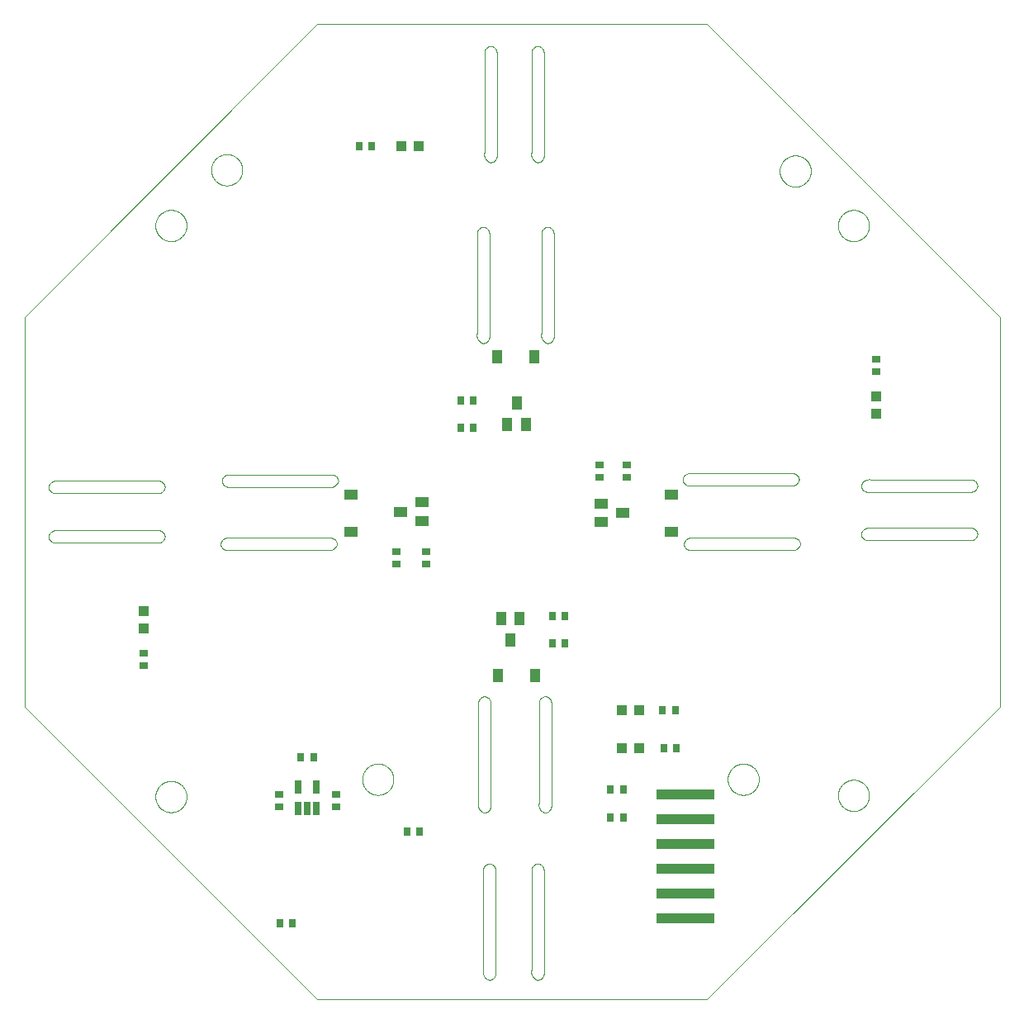
<source format=gtp>
G75*
%MOIN*%
%OFA0B0*%
%FSLAX25Y25*%
%IPPOS*%
%LPD*%
%AMOC8*
5,1,8,0,0,1.08239X$1,22.5*
%
%ADD10C,0.00100*%
%ADD11C,0.00000*%
%ADD12R,0.02756X0.03543*%
%ADD13R,0.03543X0.02756*%
%ADD14R,0.23622X0.04016*%
%ADD15R,0.03937X0.05512*%
%ADD16R,0.05512X0.03937*%
%ADD17R,0.02756X0.05512*%
%ADD18R,0.04000X0.04000*%
D10*
X0129480Y0012130D02*
X0011370Y0130240D01*
X0011370Y0287720D01*
X0129480Y0405831D01*
X0286961Y0405831D01*
X0405071Y0287720D01*
X0405071Y0130240D01*
X0286961Y0012130D01*
X0129480Y0012130D01*
X0196500Y0024000D02*
X0196500Y0064000D01*
X0199000Y0067000D02*
X0199103Y0066988D01*
X0199205Y0066973D01*
X0199306Y0066954D01*
X0199407Y0066932D01*
X0199507Y0066905D01*
X0199606Y0066875D01*
X0199703Y0066841D01*
X0199799Y0066804D01*
X0199894Y0066763D01*
X0199987Y0066718D01*
X0200079Y0066670D01*
X0200168Y0066619D01*
X0200256Y0066564D01*
X0200341Y0066506D01*
X0200425Y0066445D01*
X0200505Y0066381D01*
X0200584Y0066314D01*
X0200660Y0066244D01*
X0200733Y0066171D01*
X0200803Y0066096D01*
X0200871Y0066018D01*
X0200936Y0065937D01*
X0200997Y0065854D01*
X0201056Y0065769D01*
X0201111Y0065682D01*
X0201163Y0065592D01*
X0201211Y0065501D01*
X0201256Y0065408D01*
X0201298Y0065314D01*
X0201336Y0065218D01*
X0201370Y0065120D01*
X0201401Y0065022D01*
X0201428Y0064922D01*
X0201451Y0064822D01*
X0201471Y0064720D01*
X0201486Y0064618D01*
X0201498Y0064516D01*
X0201506Y0064413D01*
X0201510Y0064309D01*
X0201511Y0064206D01*
X0201507Y0064103D01*
X0201500Y0064000D01*
X0201500Y0023000D01*
X0199000Y0020000D02*
X0198890Y0020028D01*
X0198780Y0020059D01*
X0198672Y0020094D01*
X0198565Y0020133D01*
X0198459Y0020175D01*
X0198355Y0020221D01*
X0198252Y0020270D01*
X0198151Y0020323D01*
X0198052Y0020380D01*
X0197955Y0020439D01*
X0197860Y0020502D01*
X0197768Y0020568D01*
X0197677Y0020637D01*
X0197589Y0020710D01*
X0197504Y0020785D01*
X0197421Y0020863D01*
X0197341Y0020944D01*
X0197263Y0021028D01*
X0197189Y0021114D01*
X0197118Y0021203D01*
X0197049Y0021294D01*
X0196984Y0021387D01*
X0196922Y0021482D01*
X0196863Y0021580D01*
X0196808Y0021680D01*
X0196756Y0021781D01*
X0196708Y0021884D01*
X0196663Y0021989D01*
X0196621Y0022095D01*
X0196584Y0022202D01*
X0196550Y0022311D01*
X0196520Y0022421D01*
X0196493Y0022532D01*
X0196471Y0022643D01*
X0196452Y0022755D01*
X0196437Y0022868D01*
X0196426Y0022982D01*
X0196419Y0023095D01*
X0196415Y0023209D01*
X0196416Y0023323D01*
X0196420Y0023437D01*
X0196429Y0023550D01*
X0196441Y0023664D01*
X0196457Y0023776D01*
X0196477Y0023889D01*
X0196500Y0024000D01*
X0199000Y0020000D02*
X0199103Y0020012D01*
X0199205Y0020027D01*
X0199306Y0020046D01*
X0199407Y0020068D01*
X0199507Y0020095D01*
X0199606Y0020125D01*
X0199703Y0020159D01*
X0199799Y0020196D01*
X0199894Y0020237D01*
X0199987Y0020282D01*
X0200079Y0020330D01*
X0200168Y0020381D01*
X0200256Y0020436D01*
X0200341Y0020494D01*
X0200425Y0020555D01*
X0200505Y0020619D01*
X0200584Y0020686D01*
X0200660Y0020756D01*
X0200733Y0020829D01*
X0200803Y0020904D01*
X0200871Y0020982D01*
X0200936Y0021063D01*
X0200997Y0021146D01*
X0201056Y0021231D01*
X0201111Y0021318D01*
X0201163Y0021408D01*
X0201211Y0021499D01*
X0201256Y0021592D01*
X0201298Y0021686D01*
X0201336Y0021782D01*
X0201370Y0021880D01*
X0201401Y0021978D01*
X0201428Y0022078D01*
X0201451Y0022178D01*
X0201471Y0022280D01*
X0201486Y0022382D01*
X0201498Y0022484D01*
X0201506Y0022587D01*
X0201510Y0022691D01*
X0201511Y0022794D01*
X0201507Y0022897D01*
X0201500Y0023000D01*
X0216000Y0024000D02*
X0216000Y0064000D01*
X0218500Y0067000D02*
X0218603Y0066988D01*
X0218705Y0066973D01*
X0218806Y0066954D01*
X0218907Y0066932D01*
X0219007Y0066905D01*
X0219106Y0066875D01*
X0219203Y0066841D01*
X0219299Y0066804D01*
X0219394Y0066763D01*
X0219487Y0066718D01*
X0219579Y0066670D01*
X0219668Y0066619D01*
X0219756Y0066564D01*
X0219841Y0066506D01*
X0219925Y0066445D01*
X0220005Y0066381D01*
X0220084Y0066314D01*
X0220160Y0066244D01*
X0220233Y0066171D01*
X0220303Y0066096D01*
X0220371Y0066018D01*
X0220436Y0065937D01*
X0220497Y0065854D01*
X0220556Y0065769D01*
X0220611Y0065682D01*
X0220663Y0065592D01*
X0220711Y0065501D01*
X0220756Y0065408D01*
X0220798Y0065314D01*
X0220836Y0065218D01*
X0220870Y0065120D01*
X0220901Y0065022D01*
X0220928Y0064922D01*
X0220951Y0064822D01*
X0220971Y0064720D01*
X0220986Y0064618D01*
X0220998Y0064516D01*
X0221006Y0064413D01*
X0221010Y0064309D01*
X0221011Y0064206D01*
X0221007Y0064103D01*
X0221000Y0064000D01*
X0221000Y0023000D01*
X0218500Y0020000D02*
X0218390Y0020028D01*
X0218280Y0020059D01*
X0218172Y0020094D01*
X0218065Y0020133D01*
X0217959Y0020175D01*
X0217855Y0020221D01*
X0217752Y0020270D01*
X0217651Y0020323D01*
X0217552Y0020380D01*
X0217455Y0020439D01*
X0217360Y0020502D01*
X0217268Y0020568D01*
X0217177Y0020637D01*
X0217089Y0020710D01*
X0217004Y0020785D01*
X0216921Y0020863D01*
X0216841Y0020944D01*
X0216763Y0021028D01*
X0216689Y0021114D01*
X0216618Y0021203D01*
X0216549Y0021294D01*
X0216484Y0021387D01*
X0216422Y0021482D01*
X0216363Y0021580D01*
X0216308Y0021680D01*
X0216256Y0021781D01*
X0216208Y0021884D01*
X0216163Y0021989D01*
X0216121Y0022095D01*
X0216084Y0022202D01*
X0216050Y0022311D01*
X0216020Y0022421D01*
X0215993Y0022532D01*
X0215971Y0022643D01*
X0215952Y0022755D01*
X0215937Y0022868D01*
X0215926Y0022982D01*
X0215919Y0023095D01*
X0215915Y0023209D01*
X0215916Y0023323D01*
X0215920Y0023437D01*
X0215929Y0023550D01*
X0215941Y0023664D01*
X0215957Y0023776D01*
X0215977Y0023889D01*
X0216000Y0024000D01*
X0218500Y0020000D02*
X0218603Y0020012D01*
X0218705Y0020027D01*
X0218806Y0020046D01*
X0218907Y0020068D01*
X0219007Y0020095D01*
X0219106Y0020125D01*
X0219203Y0020159D01*
X0219299Y0020196D01*
X0219394Y0020237D01*
X0219487Y0020282D01*
X0219579Y0020330D01*
X0219668Y0020381D01*
X0219756Y0020436D01*
X0219841Y0020494D01*
X0219925Y0020555D01*
X0220005Y0020619D01*
X0220084Y0020686D01*
X0220160Y0020756D01*
X0220233Y0020829D01*
X0220303Y0020904D01*
X0220371Y0020982D01*
X0220436Y0021063D01*
X0220497Y0021146D01*
X0220556Y0021231D01*
X0220611Y0021318D01*
X0220663Y0021408D01*
X0220711Y0021499D01*
X0220756Y0021592D01*
X0220798Y0021686D01*
X0220836Y0021782D01*
X0220870Y0021880D01*
X0220901Y0021978D01*
X0220928Y0022078D01*
X0220951Y0022178D01*
X0220971Y0022280D01*
X0220986Y0022382D01*
X0220998Y0022484D01*
X0221006Y0022587D01*
X0221010Y0022691D01*
X0221011Y0022794D01*
X0221007Y0022897D01*
X0221000Y0023000D01*
X0216000Y0064000D02*
X0215993Y0064103D01*
X0215989Y0064206D01*
X0215990Y0064309D01*
X0215994Y0064413D01*
X0216002Y0064516D01*
X0216014Y0064618D01*
X0216029Y0064720D01*
X0216049Y0064822D01*
X0216072Y0064922D01*
X0216099Y0065022D01*
X0216130Y0065120D01*
X0216164Y0065218D01*
X0216202Y0065314D01*
X0216244Y0065408D01*
X0216289Y0065501D01*
X0216337Y0065592D01*
X0216389Y0065682D01*
X0216444Y0065769D01*
X0216503Y0065854D01*
X0216564Y0065937D01*
X0216629Y0066018D01*
X0216697Y0066096D01*
X0216767Y0066171D01*
X0216840Y0066244D01*
X0216916Y0066314D01*
X0216995Y0066381D01*
X0217075Y0066445D01*
X0217159Y0066506D01*
X0217244Y0066564D01*
X0217332Y0066619D01*
X0217421Y0066670D01*
X0217513Y0066718D01*
X0217606Y0066763D01*
X0217701Y0066804D01*
X0217797Y0066841D01*
X0217894Y0066875D01*
X0217993Y0066905D01*
X0218093Y0066932D01*
X0218194Y0066954D01*
X0218295Y0066973D01*
X0218397Y0066988D01*
X0218500Y0067000D01*
X0199000Y0067000D02*
X0198897Y0066988D01*
X0198795Y0066973D01*
X0198694Y0066954D01*
X0198593Y0066932D01*
X0198493Y0066905D01*
X0198394Y0066875D01*
X0198297Y0066841D01*
X0198201Y0066804D01*
X0198106Y0066763D01*
X0198013Y0066718D01*
X0197921Y0066670D01*
X0197832Y0066619D01*
X0197744Y0066564D01*
X0197659Y0066506D01*
X0197575Y0066445D01*
X0197495Y0066381D01*
X0197416Y0066314D01*
X0197340Y0066244D01*
X0197267Y0066171D01*
X0197197Y0066096D01*
X0197129Y0066018D01*
X0197064Y0065937D01*
X0197003Y0065854D01*
X0196944Y0065769D01*
X0196889Y0065682D01*
X0196837Y0065592D01*
X0196789Y0065501D01*
X0196744Y0065408D01*
X0196702Y0065314D01*
X0196664Y0065218D01*
X0196630Y0065120D01*
X0196599Y0065022D01*
X0196572Y0064922D01*
X0196549Y0064822D01*
X0196529Y0064720D01*
X0196514Y0064618D01*
X0196502Y0064516D01*
X0196494Y0064413D01*
X0196490Y0064309D01*
X0196489Y0064206D01*
X0196493Y0064103D01*
X0196500Y0064000D01*
X0197000Y0087500D02*
X0197103Y0087512D01*
X0197205Y0087527D01*
X0197306Y0087546D01*
X0197407Y0087568D01*
X0197507Y0087595D01*
X0197606Y0087625D01*
X0197703Y0087659D01*
X0197799Y0087696D01*
X0197894Y0087737D01*
X0197987Y0087782D01*
X0198079Y0087830D01*
X0198168Y0087881D01*
X0198256Y0087936D01*
X0198341Y0087994D01*
X0198425Y0088055D01*
X0198505Y0088119D01*
X0198584Y0088186D01*
X0198660Y0088256D01*
X0198733Y0088329D01*
X0198803Y0088404D01*
X0198871Y0088482D01*
X0198936Y0088563D01*
X0198997Y0088646D01*
X0199056Y0088731D01*
X0199111Y0088818D01*
X0199163Y0088908D01*
X0199211Y0088999D01*
X0199256Y0089092D01*
X0199298Y0089186D01*
X0199336Y0089282D01*
X0199370Y0089380D01*
X0199401Y0089478D01*
X0199428Y0089578D01*
X0199451Y0089678D01*
X0199471Y0089780D01*
X0199486Y0089882D01*
X0199498Y0089984D01*
X0199506Y0090087D01*
X0199510Y0090191D01*
X0199511Y0090294D01*
X0199507Y0090397D01*
X0199500Y0090500D01*
X0199500Y0131500D01*
X0197000Y0134500D02*
X0196897Y0134488D01*
X0196795Y0134473D01*
X0196694Y0134454D01*
X0196593Y0134432D01*
X0196493Y0134405D01*
X0196394Y0134375D01*
X0196297Y0134341D01*
X0196201Y0134304D01*
X0196106Y0134263D01*
X0196013Y0134218D01*
X0195921Y0134170D01*
X0195832Y0134119D01*
X0195744Y0134064D01*
X0195659Y0134006D01*
X0195575Y0133945D01*
X0195495Y0133881D01*
X0195416Y0133814D01*
X0195340Y0133744D01*
X0195267Y0133671D01*
X0195197Y0133596D01*
X0195129Y0133518D01*
X0195064Y0133437D01*
X0195003Y0133354D01*
X0194944Y0133269D01*
X0194889Y0133182D01*
X0194837Y0133092D01*
X0194789Y0133001D01*
X0194744Y0132908D01*
X0194702Y0132814D01*
X0194664Y0132718D01*
X0194630Y0132620D01*
X0194599Y0132522D01*
X0194572Y0132422D01*
X0194549Y0132322D01*
X0194529Y0132220D01*
X0194514Y0132118D01*
X0194502Y0132016D01*
X0194494Y0131913D01*
X0194490Y0131809D01*
X0194489Y0131706D01*
X0194493Y0131603D01*
X0194500Y0131500D01*
X0194500Y0091500D01*
X0194477Y0091389D01*
X0194457Y0091276D01*
X0194441Y0091164D01*
X0194429Y0091050D01*
X0194420Y0090937D01*
X0194416Y0090823D01*
X0194415Y0090709D01*
X0194419Y0090595D01*
X0194426Y0090482D01*
X0194437Y0090368D01*
X0194452Y0090255D01*
X0194471Y0090143D01*
X0194493Y0090032D01*
X0194520Y0089921D01*
X0194550Y0089811D01*
X0194584Y0089702D01*
X0194621Y0089595D01*
X0194663Y0089489D01*
X0194708Y0089384D01*
X0194756Y0089281D01*
X0194808Y0089180D01*
X0194863Y0089080D01*
X0194922Y0088982D01*
X0194984Y0088887D01*
X0195049Y0088794D01*
X0195118Y0088703D01*
X0195189Y0088614D01*
X0195263Y0088528D01*
X0195341Y0088444D01*
X0195421Y0088363D01*
X0195504Y0088285D01*
X0195589Y0088210D01*
X0195677Y0088137D01*
X0195768Y0088068D01*
X0195860Y0088002D01*
X0195955Y0087939D01*
X0196052Y0087880D01*
X0196151Y0087823D01*
X0196252Y0087770D01*
X0196355Y0087721D01*
X0196459Y0087675D01*
X0196565Y0087633D01*
X0196672Y0087594D01*
X0196780Y0087559D01*
X0196890Y0087528D01*
X0197000Y0087500D01*
X0219000Y0091500D02*
X0219000Y0131500D01*
X0221500Y0134500D02*
X0221603Y0134488D01*
X0221705Y0134473D01*
X0221806Y0134454D01*
X0221907Y0134432D01*
X0222007Y0134405D01*
X0222106Y0134375D01*
X0222203Y0134341D01*
X0222299Y0134304D01*
X0222394Y0134263D01*
X0222487Y0134218D01*
X0222579Y0134170D01*
X0222668Y0134119D01*
X0222756Y0134064D01*
X0222841Y0134006D01*
X0222925Y0133945D01*
X0223005Y0133881D01*
X0223084Y0133814D01*
X0223160Y0133744D01*
X0223233Y0133671D01*
X0223303Y0133596D01*
X0223371Y0133518D01*
X0223436Y0133437D01*
X0223497Y0133354D01*
X0223556Y0133269D01*
X0223611Y0133182D01*
X0223663Y0133092D01*
X0223711Y0133001D01*
X0223756Y0132908D01*
X0223798Y0132814D01*
X0223836Y0132718D01*
X0223870Y0132620D01*
X0223901Y0132522D01*
X0223928Y0132422D01*
X0223951Y0132322D01*
X0223971Y0132220D01*
X0223986Y0132118D01*
X0223998Y0132016D01*
X0224006Y0131913D01*
X0224010Y0131809D01*
X0224011Y0131706D01*
X0224007Y0131603D01*
X0224000Y0131500D01*
X0224000Y0090500D01*
X0221500Y0087500D02*
X0221390Y0087528D01*
X0221280Y0087559D01*
X0221172Y0087594D01*
X0221065Y0087633D01*
X0220959Y0087675D01*
X0220855Y0087721D01*
X0220752Y0087770D01*
X0220651Y0087823D01*
X0220552Y0087880D01*
X0220455Y0087939D01*
X0220360Y0088002D01*
X0220268Y0088068D01*
X0220177Y0088137D01*
X0220089Y0088210D01*
X0220004Y0088285D01*
X0219921Y0088363D01*
X0219841Y0088444D01*
X0219763Y0088528D01*
X0219689Y0088614D01*
X0219618Y0088703D01*
X0219549Y0088794D01*
X0219484Y0088887D01*
X0219422Y0088982D01*
X0219363Y0089080D01*
X0219308Y0089180D01*
X0219256Y0089281D01*
X0219208Y0089384D01*
X0219163Y0089489D01*
X0219121Y0089595D01*
X0219084Y0089702D01*
X0219050Y0089811D01*
X0219020Y0089921D01*
X0218993Y0090032D01*
X0218971Y0090143D01*
X0218952Y0090255D01*
X0218937Y0090368D01*
X0218926Y0090482D01*
X0218919Y0090595D01*
X0218915Y0090709D01*
X0218916Y0090823D01*
X0218920Y0090937D01*
X0218929Y0091050D01*
X0218941Y0091164D01*
X0218957Y0091276D01*
X0218977Y0091389D01*
X0219000Y0091500D01*
X0221500Y0087500D02*
X0221603Y0087512D01*
X0221705Y0087527D01*
X0221806Y0087546D01*
X0221907Y0087568D01*
X0222007Y0087595D01*
X0222106Y0087625D01*
X0222203Y0087659D01*
X0222299Y0087696D01*
X0222394Y0087737D01*
X0222487Y0087782D01*
X0222579Y0087830D01*
X0222668Y0087881D01*
X0222756Y0087936D01*
X0222841Y0087994D01*
X0222925Y0088055D01*
X0223005Y0088119D01*
X0223084Y0088186D01*
X0223160Y0088256D01*
X0223233Y0088329D01*
X0223303Y0088404D01*
X0223371Y0088482D01*
X0223436Y0088563D01*
X0223497Y0088646D01*
X0223556Y0088731D01*
X0223611Y0088818D01*
X0223663Y0088908D01*
X0223711Y0088999D01*
X0223756Y0089092D01*
X0223798Y0089186D01*
X0223836Y0089282D01*
X0223870Y0089380D01*
X0223901Y0089478D01*
X0223928Y0089578D01*
X0223951Y0089678D01*
X0223971Y0089780D01*
X0223986Y0089882D01*
X0223998Y0089984D01*
X0224006Y0090087D01*
X0224010Y0090191D01*
X0224011Y0090294D01*
X0224007Y0090397D01*
X0224000Y0090500D01*
X0219000Y0131500D02*
X0218993Y0131603D01*
X0218989Y0131706D01*
X0218990Y0131809D01*
X0218994Y0131913D01*
X0219002Y0132016D01*
X0219014Y0132118D01*
X0219029Y0132220D01*
X0219049Y0132322D01*
X0219072Y0132422D01*
X0219099Y0132522D01*
X0219130Y0132620D01*
X0219164Y0132718D01*
X0219202Y0132814D01*
X0219244Y0132908D01*
X0219289Y0133001D01*
X0219337Y0133092D01*
X0219389Y0133182D01*
X0219444Y0133269D01*
X0219503Y0133354D01*
X0219564Y0133437D01*
X0219629Y0133518D01*
X0219697Y0133596D01*
X0219767Y0133671D01*
X0219840Y0133744D01*
X0219916Y0133814D01*
X0219995Y0133881D01*
X0220075Y0133945D01*
X0220159Y0134006D01*
X0220244Y0134064D01*
X0220332Y0134119D01*
X0220421Y0134170D01*
X0220513Y0134218D01*
X0220606Y0134263D01*
X0220701Y0134304D01*
X0220797Y0134341D01*
X0220894Y0134375D01*
X0220993Y0134405D01*
X0221093Y0134432D01*
X0221194Y0134454D01*
X0221295Y0134473D01*
X0221397Y0134488D01*
X0221500Y0134500D01*
X0199500Y0131500D02*
X0199507Y0131603D01*
X0199511Y0131706D01*
X0199510Y0131809D01*
X0199506Y0131913D01*
X0199498Y0132016D01*
X0199486Y0132118D01*
X0199471Y0132220D01*
X0199451Y0132322D01*
X0199428Y0132422D01*
X0199401Y0132522D01*
X0199370Y0132620D01*
X0199336Y0132718D01*
X0199298Y0132814D01*
X0199256Y0132908D01*
X0199211Y0133001D01*
X0199163Y0133092D01*
X0199111Y0133182D01*
X0199056Y0133269D01*
X0198997Y0133354D01*
X0198936Y0133437D01*
X0198871Y0133518D01*
X0198803Y0133596D01*
X0198733Y0133671D01*
X0198660Y0133744D01*
X0198584Y0133814D01*
X0198505Y0133881D01*
X0198425Y0133945D01*
X0198341Y0134006D01*
X0198256Y0134064D01*
X0198168Y0134119D01*
X0198079Y0134170D01*
X0197987Y0134218D01*
X0197894Y0134263D01*
X0197799Y0134304D01*
X0197703Y0134341D01*
X0197606Y0134375D01*
X0197507Y0134405D01*
X0197407Y0134432D01*
X0197306Y0134454D01*
X0197205Y0134473D01*
X0197103Y0134488D01*
X0197000Y0134500D01*
X0133500Y0193500D02*
X0093500Y0193500D01*
X0090500Y0196000D02*
X0090512Y0196103D01*
X0090527Y0196205D01*
X0090546Y0196306D01*
X0090568Y0196407D01*
X0090595Y0196507D01*
X0090625Y0196606D01*
X0090659Y0196703D01*
X0090696Y0196799D01*
X0090737Y0196894D01*
X0090782Y0196987D01*
X0090830Y0197079D01*
X0090881Y0197168D01*
X0090936Y0197256D01*
X0090994Y0197341D01*
X0091055Y0197425D01*
X0091119Y0197505D01*
X0091186Y0197584D01*
X0091256Y0197660D01*
X0091329Y0197733D01*
X0091404Y0197803D01*
X0091482Y0197871D01*
X0091563Y0197936D01*
X0091646Y0197997D01*
X0091731Y0198056D01*
X0091818Y0198111D01*
X0091908Y0198163D01*
X0091999Y0198211D01*
X0092092Y0198256D01*
X0092186Y0198298D01*
X0092282Y0198336D01*
X0092380Y0198370D01*
X0092478Y0198401D01*
X0092578Y0198428D01*
X0092678Y0198451D01*
X0092780Y0198471D01*
X0092882Y0198486D01*
X0092984Y0198498D01*
X0093087Y0198506D01*
X0093191Y0198510D01*
X0093294Y0198511D01*
X0093397Y0198507D01*
X0093500Y0198500D01*
X0134500Y0198500D01*
X0137500Y0196000D02*
X0137472Y0195890D01*
X0137441Y0195780D01*
X0137406Y0195672D01*
X0137367Y0195565D01*
X0137325Y0195459D01*
X0137279Y0195355D01*
X0137230Y0195252D01*
X0137177Y0195151D01*
X0137120Y0195052D01*
X0137061Y0194955D01*
X0136998Y0194860D01*
X0136932Y0194768D01*
X0136863Y0194677D01*
X0136790Y0194589D01*
X0136715Y0194504D01*
X0136637Y0194421D01*
X0136556Y0194341D01*
X0136472Y0194263D01*
X0136386Y0194189D01*
X0136297Y0194118D01*
X0136206Y0194049D01*
X0136113Y0193984D01*
X0136018Y0193922D01*
X0135920Y0193863D01*
X0135820Y0193808D01*
X0135719Y0193756D01*
X0135616Y0193708D01*
X0135511Y0193663D01*
X0135405Y0193621D01*
X0135298Y0193584D01*
X0135189Y0193550D01*
X0135079Y0193520D01*
X0134968Y0193493D01*
X0134857Y0193471D01*
X0134745Y0193452D01*
X0134632Y0193437D01*
X0134518Y0193426D01*
X0134405Y0193419D01*
X0134291Y0193415D01*
X0134177Y0193416D01*
X0134063Y0193420D01*
X0133950Y0193429D01*
X0133836Y0193441D01*
X0133724Y0193457D01*
X0133611Y0193477D01*
X0133500Y0193500D01*
X0137500Y0196000D02*
X0137488Y0196103D01*
X0137473Y0196205D01*
X0137454Y0196306D01*
X0137432Y0196407D01*
X0137405Y0196507D01*
X0137375Y0196606D01*
X0137341Y0196703D01*
X0137304Y0196799D01*
X0137263Y0196894D01*
X0137218Y0196987D01*
X0137170Y0197079D01*
X0137119Y0197168D01*
X0137064Y0197256D01*
X0137006Y0197341D01*
X0136945Y0197425D01*
X0136881Y0197505D01*
X0136814Y0197584D01*
X0136744Y0197660D01*
X0136671Y0197733D01*
X0136596Y0197803D01*
X0136518Y0197871D01*
X0136437Y0197936D01*
X0136354Y0197997D01*
X0136269Y0198056D01*
X0136182Y0198111D01*
X0136092Y0198163D01*
X0136001Y0198211D01*
X0135908Y0198256D01*
X0135814Y0198298D01*
X0135718Y0198336D01*
X0135620Y0198370D01*
X0135522Y0198401D01*
X0135422Y0198428D01*
X0135322Y0198451D01*
X0135220Y0198471D01*
X0135118Y0198486D01*
X0135016Y0198498D01*
X0134913Y0198506D01*
X0134809Y0198510D01*
X0134706Y0198511D01*
X0134603Y0198507D01*
X0134500Y0198500D01*
X0134000Y0219000D02*
X0094000Y0219000D01*
X0091000Y0221500D02*
X0091012Y0221603D01*
X0091027Y0221705D01*
X0091046Y0221806D01*
X0091068Y0221907D01*
X0091095Y0222007D01*
X0091125Y0222106D01*
X0091159Y0222203D01*
X0091196Y0222299D01*
X0091237Y0222394D01*
X0091282Y0222487D01*
X0091330Y0222579D01*
X0091381Y0222668D01*
X0091436Y0222756D01*
X0091494Y0222841D01*
X0091555Y0222925D01*
X0091619Y0223005D01*
X0091686Y0223084D01*
X0091756Y0223160D01*
X0091829Y0223233D01*
X0091904Y0223303D01*
X0091982Y0223371D01*
X0092063Y0223436D01*
X0092146Y0223497D01*
X0092231Y0223556D01*
X0092318Y0223611D01*
X0092408Y0223663D01*
X0092499Y0223711D01*
X0092592Y0223756D01*
X0092686Y0223798D01*
X0092782Y0223836D01*
X0092880Y0223870D01*
X0092978Y0223901D01*
X0093078Y0223928D01*
X0093178Y0223951D01*
X0093280Y0223971D01*
X0093382Y0223986D01*
X0093484Y0223998D01*
X0093587Y0224006D01*
X0093691Y0224010D01*
X0093794Y0224011D01*
X0093897Y0224007D01*
X0094000Y0224000D01*
X0135000Y0224000D01*
X0138000Y0221500D02*
X0137972Y0221390D01*
X0137941Y0221280D01*
X0137906Y0221172D01*
X0137867Y0221065D01*
X0137825Y0220959D01*
X0137779Y0220855D01*
X0137730Y0220752D01*
X0137677Y0220651D01*
X0137620Y0220552D01*
X0137561Y0220455D01*
X0137498Y0220360D01*
X0137432Y0220268D01*
X0137363Y0220177D01*
X0137290Y0220089D01*
X0137215Y0220004D01*
X0137137Y0219921D01*
X0137056Y0219841D01*
X0136972Y0219763D01*
X0136886Y0219689D01*
X0136797Y0219618D01*
X0136706Y0219549D01*
X0136613Y0219484D01*
X0136518Y0219422D01*
X0136420Y0219363D01*
X0136320Y0219308D01*
X0136219Y0219256D01*
X0136116Y0219208D01*
X0136011Y0219163D01*
X0135905Y0219121D01*
X0135798Y0219084D01*
X0135689Y0219050D01*
X0135579Y0219020D01*
X0135468Y0218993D01*
X0135357Y0218971D01*
X0135245Y0218952D01*
X0135132Y0218937D01*
X0135018Y0218926D01*
X0134905Y0218919D01*
X0134791Y0218915D01*
X0134677Y0218916D01*
X0134563Y0218920D01*
X0134450Y0218929D01*
X0134336Y0218941D01*
X0134224Y0218957D01*
X0134111Y0218977D01*
X0134000Y0219000D01*
X0138000Y0221500D02*
X0137988Y0221603D01*
X0137973Y0221705D01*
X0137954Y0221806D01*
X0137932Y0221907D01*
X0137905Y0222007D01*
X0137875Y0222106D01*
X0137841Y0222203D01*
X0137804Y0222299D01*
X0137763Y0222394D01*
X0137718Y0222487D01*
X0137670Y0222579D01*
X0137619Y0222668D01*
X0137564Y0222756D01*
X0137506Y0222841D01*
X0137445Y0222925D01*
X0137381Y0223005D01*
X0137314Y0223084D01*
X0137244Y0223160D01*
X0137171Y0223233D01*
X0137096Y0223303D01*
X0137018Y0223371D01*
X0136937Y0223436D01*
X0136854Y0223497D01*
X0136769Y0223556D01*
X0136682Y0223611D01*
X0136592Y0223663D01*
X0136501Y0223711D01*
X0136408Y0223756D01*
X0136314Y0223798D01*
X0136218Y0223836D01*
X0136120Y0223870D01*
X0136022Y0223901D01*
X0135922Y0223928D01*
X0135822Y0223951D01*
X0135720Y0223971D01*
X0135618Y0223986D01*
X0135516Y0223998D01*
X0135413Y0224006D01*
X0135309Y0224010D01*
X0135206Y0224011D01*
X0135103Y0224007D01*
X0135000Y0224000D01*
X0094000Y0219000D02*
X0093897Y0218993D01*
X0093794Y0218989D01*
X0093691Y0218990D01*
X0093587Y0218994D01*
X0093484Y0219002D01*
X0093382Y0219014D01*
X0093280Y0219029D01*
X0093178Y0219049D01*
X0093078Y0219072D01*
X0092978Y0219099D01*
X0092880Y0219130D01*
X0092782Y0219164D01*
X0092686Y0219202D01*
X0092592Y0219244D01*
X0092499Y0219289D01*
X0092408Y0219337D01*
X0092318Y0219389D01*
X0092231Y0219444D01*
X0092146Y0219503D01*
X0092063Y0219564D01*
X0091982Y0219629D01*
X0091904Y0219697D01*
X0091829Y0219767D01*
X0091756Y0219840D01*
X0091686Y0219916D01*
X0091619Y0219995D01*
X0091555Y0220075D01*
X0091494Y0220159D01*
X0091436Y0220244D01*
X0091381Y0220332D01*
X0091330Y0220421D01*
X0091282Y0220513D01*
X0091237Y0220606D01*
X0091196Y0220701D01*
X0091159Y0220797D01*
X0091125Y0220894D01*
X0091095Y0220993D01*
X0091068Y0221093D01*
X0091046Y0221194D01*
X0091027Y0221295D01*
X0091012Y0221397D01*
X0091000Y0221500D01*
X0090500Y0196000D02*
X0090512Y0195897D01*
X0090527Y0195795D01*
X0090546Y0195694D01*
X0090568Y0195593D01*
X0090595Y0195493D01*
X0090625Y0195394D01*
X0090659Y0195297D01*
X0090696Y0195201D01*
X0090737Y0195106D01*
X0090782Y0195013D01*
X0090830Y0194921D01*
X0090881Y0194832D01*
X0090936Y0194744D01*
X0090994Y0194659D01*
X0091055Y0194575D01*
X0091119Y0194495D01*
X0091186Y0194416D01*
X0091256Y0194340D01*
X0091329Y0194267D01*
X0091404Y0194197D01*
X0091482Y0194129D01*
X0091563Y0194064D01*
X0091646Y0194003D01*
X0091731Y0193944D01*
X0091818Y0193889D01*
X0091908Y0193837D01*
X0091999Y0193789D01*
X0092092Y0193744D01*
X0092186Y0193702D01*
X0092282Y0193664D01*
X0092380Y0193630D01*
X0092478Y0193599D01*
X0092578Y0193572D01*
X0092678Y0193549D01*
X0092780Y0193529D01*
X0092882Y0193514D01*
X0092984Y0193502D01*
X0093087Y0193494D01*
X0093191Y0193490D01*
X0093294Y0193489D01*
X0093397Y0193493D01*
X0093500Y0193500D01*
X0065000Y0196500D02*
X0024000Y0196500D01*
X0021000Y0199000D02*
X0021028Y0199110D01*
X0021059Y0199220D01*
X0021094Y0199328D01*
X0021133Y0199435D01*
X0021175Y0199541D01*
X0021221Y0199645D01*
X0021270Y0199748D01*
X0021323Y0199849D01*
X0021380Y0199948D01*
X0021439Y0200045D01*
X0021502Y0200140D01*
X0021568Y0200232D01*
X0021637Y0200323D01*
X0021710Y0200411D01*
X0021785Y0200496D01*
X0021863Y0200579D01*
X0021944Y0200659D01*
X0022028Y0200737D01*
X0022114Y0200811D01*
X0022203Y0200882D01*
X0022294Y0200951D01*
X0022387Y0201016D01*
X0022482Y0201078D01*
X0022580Y0201137D01*
X0022680Y0201192D01*
X0022781Y0201244D01*
X0022884Y0201292D01*
X0022989Y0201337D01*
X0023095Y0201379D01*
X0023202Y0201416D01*
X0023311Y0201450D01*
X0023421Y0201480D01*
X0023532Y0201507D01*
X0023643Y0201529D01*
X0023755Y0201548D01*
X0023868Y0201563D01*
X0023982Y0201574D01*
X0024095Y0201581D01*
X0024209Y0201585D01*
X0024323Y0201584D01*
X0024437Y0201580D01*
X0024550Y0201571D01*
X0024664Y0201559D01*
X0024776Y0201543D01*
X0024889Y0201523D01*
X0025000Y0201500D01*
X0065000Y0201500D01*
X0068000Y0199000D02*
X0067988Y0198897D01*
X0067973Y0198795D01*
X0067954Y0198694D01*
X0067932Y0198593D01*
X0067905Y0198493D01*
X0067875Y0198394D01*
X0067841Y0198297D01*
X0067804Y0198201D01*
X0067763Y0198106D01*
X0067718Y0198013D01*
X0067670Y0197921D01*
X0067619Y0197832D01*
X0067564Y0197744D01*
X0067506Y0197659D01*
X0067445Y0197575D01*
X0067381Y0197495D01*
X0067314Y0197416D01*
X0067244Y0197340D01*
X0067171Y0197267D01*
X0067096Y0197197D01*
X0067018Y0197129D01*
X0066937Y0197064D01*
X0066854Y0197003D01*
X0066769Y0196944D01*
X0066682Y0196889D01*
X0066592Y0196837D01*
X0066501Y0196789D01*
X0066408Y0196744D01*
X0066314Y0196702D01*
X0066218Y0196664D01*
X0066120Y0196630D01*
X0066022Y0196599D01*
X0065922Y0196572D01*
X0065822Y0196549D01*
X0065720Y0196529D01*
X0065618Y0196514D01*
X0065516Y0196502D01*
X0065413Y0196494D01*
X0065309Y0196490D01*
X0065206Y0196489D01*
X0065103Y0196493D01*
X0065000Y0196500D01*
X0068000Y0199000D02*
X0067988Y0199103D01*
X0067973Y0199205D01*
X0067954Y0199306D01*
X0067932Y0199407D01*
X0067905Y0199507D01*
X0067875Y0199606D01*
X0067841Y0199703D01*
X0067804Y0199799D01*
X0067763Y0199894D01*
X0067718Y0199987D01*
X0067670Y0200079D01*
X0067619Y0200168D01*
X0067564Y0200256D01*
X0067506Y0200341D01*
X0067445Y0200425D01*
X0067381Y0200505D01*
X0067314Y0200584D01*
X0067244Y0200660D01*
X0067171Y0200733D01*
X0067096Y0200803D01*
X0067018Y0200871D01*
X0066937Y0200936D01*
X0066854Y0200997D01*
X0066769Y0201056D01*
X0066682Y0201111D01*
X0066592Y0201163D01*
X0066501Y0201211D01*
X0066408Y0201256D01*
X0066314Y0201298D01*
X0066218Y0201336D01*
X0066120Y0201370D01*
X0066022Y0201401D01*
X0065922Y0201428D01*
X0065822Y0201451D01*
X0065720Y0201471D01*
X0065618Y0201486D01*
X0065516Y0201498D01*
X0065413Y0201506D01*
X0065309Y0201510D01*
X0065206Y0201511D01*
X0065103Y0201507D01*
X0065000Y0201500D01*
X0065000Y0216500D02*
X0024000Y0216500D01*
X0021000Y0219000D02*
X0021028Y0219110D01*
X0021059Y0219220D01*
X0021094Y0219328D01*
X0021133Y0219435D01*
X0021175Y0219541D01*
X0021221Y0219645D01*
X0021270Y0219748D01*
X0021323Y0219849D01*
X0021380Y0219948D01*
X0021439Y0220045D01*
X0021502Y0220140D01*
X0021568Y0220232D01*
X0021637Y0220323D01*
X0021710Y0220411D01*
X0021785Y0220496D01*
X0021863Y0220579D01*
X0021944Y0220659D01*
X0022028Y0220737D01*
X0022114Y0220811D01*
X0022203Y0220882D01*
X0022294Y0220951D01*
X0022387Y0221016D01*
X0022482Y0221078D01*
X0022580Y0221137D01*
X0022680Y0221192D01*
X0022781Y0221244D01*
X0022884Y0221292D01*
X0022989Y0221337D01*
X0023095Y0221379D01*
X0023202Y0221416D01*
X0023311Y0221450D01*
X0023421Y0221480D01*
X0023532Y0221507D01*
X0023643Y0221529D01*
X0023755Y0221548D01*
X0023868Y0221563D01*
X0023982Y0221574D01*
X0024095Y0221581D01*
X0024209Y0221585D01*
X0024323Y0221584D01*
X0024437Y0221580D01*
X0024550Y0221571D01*
X0024664Y0221559D01*
X0024776Y0221543D01*
X0024889Y0221523D01*
X0025000Y0221500D01*
X0065000Y0221500D01*
X0068000Y0219000D02*
X0067988Y0218897D01*
X0067973Y0218795D01*
X0067954Y0218694D01*
X0067932Y0218593D01*
X0067905Y0218493D01*
X0067875Y0218394D01*
X0067841Y0218297D01*
X0067804Y0218201D01*
X0067763Y0218106D01*
X0067718Y0218013D01*
X0067670Y0217921D01*
X0067619Y0217832D01*
X0067564Y0217744D01*
X0067506Y0217659D01*
X0067445Y0217575D01*
X0067381Y0217495D01*
X0067314Y0217416D01*
X0067244Y0217340D01*
X0067171Y0217267D01*
X0067096Y0217197D01*
X0067018Y0217129D01*
X0066937Y0217064D01*
X0066854Y0217003D01*
X0066769Y0216944D01*
X0066682Y0216889D01*
X0066592Y0216837D01*
X0066501Y0216789D01*
X0066408Y0216744D01*
X0066314Y0216702D01*
X0066218Y0216664D01*
X0066120Y0216630D01*
X0066022Y0216599D01*
X0065922Y0216572D01*
X0065822Y0216549D01*
X0065720Y0216529D01*
X0065618Y0216514D01*
X0065516Y0216502D01*
X0065413Y0216494D01*
X0065309Y0216490D01*
X0065206Y0216489D01*
X0065103Y0216493D01*
X0065000Y0216500D01*
X0068000Y0219000D02*
X0067988Y0219103D01*
X0067973Y0219205D01*
X0067954Y0219306D01*
X0067932Y0219407D01*
X0067905Y0219507D01*
X0067875Y0219606D01*
X0067841Y0219703D01*
X0067804Y0219799D01*
X0067763Y0219894D01*
X0067718Y0219987D01*
X0067670Y0220079D01*
X0067619Y0220168D01*
X0067564Y0220256D01*
X0067506Y0220341D01*
X0067445Y0220425D01*
X0067381Y0220505D01*
X0067314Y0220584D01*
X0067244Y0220660D01*
X0067171Y0220733D01*
X0067096Y0220803D01*
X0067018Y0220871D01*
X0066937Y0220936D01*
X0066854Y0220997D01*
X0066769Y0221056D01*
X0066682Y0221111D01*
X0066592Y0221163D01*
X0066501Y0221211D01*
X0066408Y0221256D01*
X0066314Y0221298D01*
X0066218Y0221336D01*
X0066120Y0221370D01*
X0066022Y0221401D01*
X0065922Y0221428D01*
X0065822Y0221451D01*
X0065720Y0221471D01*
X0065618Y0221486D01*
X0065516Y0221498D01*
X0065413Y0221506D01*
X0065309Y0221510D01*
X0065206Y0221511D01*
X0065103Y0221507D01*
X0065000Y0221500D01*
X0024000Y0216500D02*
X0023897Y0216493D01*
X0023794Y0216489D01*
X0023691Y0216490D01*
X0023587Y0216494D01*
X0023484Y0216502D01*
X0023382Y0216514D01*
X0023280Y0216529D01*
X0023178Y0216549D01*
X0023078Y0216572D01*
X0022978Y0216599D01*
X0022880Y0216630D01*
X0022782Y0216664D01*
X0022686Y0216702D01*
X0022592Y0216744D01*
X0022499Y0216789D01*
X0022408Y0216837D01*
X0022318Y0216889D01*
X0022231Y0216944D01*
X0022146Y0217003D01*
X0022063Y0217064D01*
X0021982Y0217129D01*
X0021904Y0217197D01*
X0021829Y0217267D01*
X0021756Y0217340D01*
X0021686Y0217416D01*
X0021619Y0217495D01*
X0021555Y0217575D01*
X0021494Y0217659D01*
X0021436Y0217744D01*
X0021381Y0217832D01*
X0021330Y0217921D01*
X0021282Y0218013D01*
X0021237Y0218106D01*
X0021196Y0218201D01*
X0021159Y0218297D01*
X0021125Y0218394D01*
X0021095Y0218493D01*
X0021068Y0218593D01*
X0021046Y0218694D01*
X0021027Y0218795D01*
X0021012Y0218897D01*
X0021000Y0219000D01*
X0021000Y0199000D02*
X0021012Y0198897D01*
X0021027Y0198795D01*
X0021046Y0198694D01*
X0021068Y0198593D01*
X0021095Y0198493D01*
X0021125Y0198394D01*
X0021159Y0198297D01*
X0021196Y0198201D01*
X0021237Y0198106D01*
X0021282Y0198013D01*
X0021330Y0197921D01*
X0021381Y0197832D01*
X0021436Y0197744D01*
X0021494Y0197659D01*
X0021555Y0197575D01*
X0021619Y0197495D01*
X0021686Y0197416D01*
X0021756Y0197340D01*
X0021829Y0197267D01*
X0021904Y0197197D01*
X0021982Y0197129D01*
X0022063Y0197064D01*
X0022146Y0197003D01*
X0022231Y0196944D01*
X0022318Y0196889D01*
X0022408Y0196837D01*
X0022499Y0196789D01*
X0022592Y0196744D01*
X0022686Y0196702D01*
X0022782Y0196664D01*
X0022880Y0196630D01*
X0022978Y0196599D01*
X0023078Y0196572D01*
X0023178Y0196549D01*
X0023280Y0196529D01*
X0023382Y0196514D01*
X0023484Y0196502D01*
X0023587Y0196494D01*
X0023691Y0196490D01*
X0023794Y0196489D01*
X0023897Y0196493D01*
X0024000Y0196500D01*
X0194000Y0281000D02*
X0194000Y0321000D01*
X0196500Y0324000D02*
X0196603Y0323988D01*
X0196705Y0323973D01*
X0196806Y0323954D01*
X0196907Y0323932D01*
X0197007Y0323905D01*
X0197106Y0323875D01*
X0197203Y0323841D01*
X0197299Y0323804D01*
X0197394Y0323763D01*
X0197487Y0323718D01*
X0197579Y0323670D01*
X0197668Y0323619D01*
X0197756Y0323564D01*
X0197841Y0323506D01*
X0197925Y0323445D01*
X0198005Y0323381D01*
X0198084Y0323314D01*
X0198160Y0323244D01*
X0198233Y0323171D01*
X0198303Y0323096D01*
X0198371Y0323018D01*
X0198436Y0322937D01*
X0198497Y0322854D01*
X0198556Y0322769D01*
X0198611Y0322682D01*
X0198663Y0322592D01*
X0198711Y0322501D01*
X0198756Y0322408D01*
X0198798Y0322314D01*
X0198836Y0322218D01*
X0198870Y0322120D01*
X0198901Y0322022D01*
X0198928Y0321922D01*
X0198951Y0321822D01*
X0198971Y0321720D01*
X0198986Y0321618D01*
X0198998Y0321516D01*
X0199006Y0321413D01*
X0199010Y0321309D01*
X0199011Y0321206D01*
X0199007Y0321103D01*
X0199000Y0321000D01*
X0199000Y0280000D01*
X0196500Y0277000D02*
X0196390Y0277028D01*
X0196280Y0277059D01*
X0196172Y0277094D01*
X0196065Y0277133D01*
X0195959Y0277175D01*
X0195855Y0277221D01*
X0195752Y0277270D01*
X0195651Y0277323D01*
X0195552Y0277380D01*
X0195455Y0277439D01*
X0195360Y0277502D01*
X0195268Y0277568D01*
X0195177Y0277637D01*
X0195089Y0277710D01*
X0195004Y0277785D01*
X0194921Y0277863D01*
X0194841Y0277944D01*
X0194763Y0278028D01*
X0194689Y0278114D01*
X0194618Y0278203D01*
X0194549Y0278294D01*
X0194484Y0278387D01*
X0194422Y0278482D01*
X0194363Y0278580D01*
X0194308Y0278680D01*
X0194256Y0278781D01*
X0194208Y0278884D01*
X0194163Y0278989D01*
X0194121Y0279095D01*
X0194084Y0279202D01*
X0194050Y0279311D01*
X0194020Y0279421D01*
X0193993Y0279532D01*
X0193971Y0279643D01*
X0193952Y0279755D01*
X0193937Y0279868D01*
X0193926Y0279982D01*
X0193919Y0280095D01*
X0193915Y0280209D01*
X0193916Y0280323D01*
X0193920Y0280437D01*
X0193929Y0280550D01*
X0193941Y0280664D01*
X0193957Y0280776D01*
X0193977Y0280889D01*
X0194000Y0281000D01*
X0196500Y0277000D02*
X0196603Y0277012D01*
X0196705Y0277027D01*
X0196806Y0277046D01*
X0196907Y0277068D01*
X0197007Y0277095D01*
X0197106Y0277125D01*
X0197203Y0277159D01*
X0197299Y0277196D01*
X0197394Y0277237D01*
X0197487Y0277282D01*
X0197579Y0277330D01*
X0197668Y0277381D01*
X0197756Y0277436D01*
X0197841Y0277494D01*
X0197925Y0277555D01*
X0198005Y0277619D01*
X0198084Y0277686D01*
X0198160Y0277756D01*
X0198233Y0277829D01*
X0198303Y0277904D01*
X0198371Y0277982D01*
X0198436Y0278063D01*
X0198497Y0278146D01*
X0198556Y0278231D01*
X0198611Y0278318D01*
X0198663Y0278408D01*
X0198711Y0278499D01*
X0198756Y0278592D01*
X0198798Y0278686D01*
X0198836Y0278782D01*
X0198870Y0278880D01*
X0198901Y0278978D01*
X0198928Y0279078D01*
X0198951Y0279178D01*
X0198971Y0279280D01*
X0198986Y0279382D01*
X0198998Y0279484D01*
X0199006Y0279587D01*
X0199010Y0279691D01*
X0199011Y0279794D01*
X0199007Y0279897D01*
X0199000Y0280000D01*
X0220000Y0281000D02*
X0220000Y0321000D01*
X0222500Y0324000D02*
X0222603Y0323988D01*
X0222705Y0323973D01*
X0222806Y0323954D01*
X0222907Y0323932D01*
X0223007Y0323905D01*
X0223106Y0323875D01*
X0223203Y0323841D01*
X0223299Y0323804D01*
X0223394Y0323763D01*
X0223487Y0323718D01*
X0223579Y0323670D01*
X0223668Y0323619D01*
X0223756Y0323564D01*
X0223841Y0323506D01*
X0223925Y0323445D01*
X0224005Y0323381D01*
X0224084Y0323314D01*
X0224160Y0323244D01*
X0224233Y0323171D01*
X0224303Y0323096D01*
X0224371Y0323018D01*
X0224436Y0322937D01*
X0224497Y0322854D01*
X0224556Y0322769D01*
X0224611Y0322682D01*
X0224663Y0322592D01*
X0224711Y0322501D01*
X0224756Y0322408D01*
X0224798Y0322314D01*
X0224836Y0322218D01*
X0224870Y0322120D01*
X0224901Y0322022D01*
X0224928Y0321922D01*
X0224951Y0321822D01*
X0224971Y0321720D01*
X0224986Y0321618D01*
X0224998Y0321516D01*
X0225006Y0321413D01*
X0225010Y0321309D01*
X0225011Y0321206D01*
X0225007Y0321103D01*
X0225000Y0321000D01*
X0225000Y0280000D01*
X0222500Y0277000D02*
X0222390Y0277028D01*
X0222280Y0277059D01*
X0222172Y0277094D01*
X0222065Y0277133D01*
X0221959Y0277175D01*
X0221855Y0277221D01*
X0221752Y0277270D01*
X0221651Y0277323D01*
X0221552Y0277380D01*
X0221455Y0277439D01*
X0221360Y0277502D01*
X0221268Y0277568D01*
X0221177Y0277637D01*
X0221089Y0277710D01*
X0221004Y0277785D01*
X0220921Y0277863D01*
X0220841Y0277944D01*
X0220763Y0278028D01*
X0220689Y0278114D01*
X0220618Y0278203D01*
X0220549Y0278294D01*
X0220484Y0278387D01*
X0220422Y0278482D01*
X0220363Y0278580D01*
X0220308Y0278680D01*
X0220256Y0278781D01*
X0220208Y0278884D01*
X0220163Y0278989D01*
X0220121Y0279095D01*
X0220084Y0279202D01*
X0220050Y0279311D01*
X0220020Y0279421D01*
X0219993Y0279532D01*
X0219971Y0279643D01*
X0219952Y0279755D01*
X0219937Y0279868D01*
X0219926Y0279982D01*
X0219919Y0280095D01*
X0219915Y0280209D01*
X0219916Y0280323D01*
X0219920Y0280437D01*
X0219929Y0280550D01*
X0219941Y0280664D01*
X0219957Y0280776D01*
X0219977Y0280889D01*
X0220000Y0281000D01*
X0222500Y0277000D02*
X0222603Y0277012D01*
X0222705Y0277027D01*
X0222806Y0277046D01*
X0222907Y0277068D01*
X0223007Y0277095D01*
X0223106Y0277125D01*
X0223203Y0277159D01*
X0223299Y0277196D01*
X0223394Y0277237D01*
X0223487Y0277282D01*
X0223579Y0277330D01*
X0223668Y0277381D01*
X0223756Y0277436D01*
X0223841Y0277494D01*
X0223925Y0277555D01*
X0224005Y0277619D01*
X0224084Y0277686D01*
X0224160Y0277756D01*
X0224233Y0277829D01*
X0224303Y0277904D01*
X0224371Y0277982D01*
X0224436Y0278063D01*
X0224497Y0278146D01*
X0224556Y0278231D01*
X0224611Y0278318D01*
X0224663Y0278408D01*
X0224711Y0278499D01*
X0224756Y0278592D01*
X0224798Y0278686D01*
X0224836Y0278782D01*
X0224870Y0278880D01*
X0224901Y0278978D01*
X0224928Y0279078D01*
X0224951Y0279178D01*
X0224971Y0279280D01*
X0224986Y0279382D01*
X0224998Y0279484D01*
X0225006Y0279587D01*
X0225010Y0279691D01*
X0225011Y0279794D01*
X0225007Y0279897D01*
X0225000Y0280000D01*
X0220000Y0321000D02*
X0219993Y0321103D01*
X0219989Y0321206D01*
X0219990Y0321309D01*
X0219994Y0321413D01*
X0220002Y0321516D01*
X0220014Y0321618D01*
X0220029Y0321720D01*
X0220049Y0321822D01*
X0220072Y0321922D01*
X0220099Y0322022D01*
X0220130Y0322120D01*
X0220164Y0322218D01*
X0220202Y0322314D01*
X0220244Y0322408D01*
X0220289Y0322501D01*
X0220337Y0322592D01*
X0220389Y0322682D01*
X0220444Y0322769D01*
X0220503Y0322854D01*
X0220564Y0322937D01*
X0220629Y0323018D01*
X0220697Y0323096D01*
X0220767Y0323171D01*
X0220840Y0323244D01*
X0220916Y0323314D01*
X0220995Y0323381D01*
X0221075Y0323445D01*
X0221159Y0323506D01*
X0221244Y0323564D01*
X0221332Y0323619D01*
X0221421Y0323670D01*
X0221513Y0323718D01*
X0221606Y0323763D01*
X0221701Y0323804D01*
X0221797Y0323841D01*
X0221894Y0323875D01*
X0221993Y0323905D01*
X0222093Y0323932D01*
X0222194Y0323954D01*
X0222295Y0323973D01*
X0222397Y0323988D01*
X0222500Y0324000D01*
X0196500Y0324000D02*
X0196397Y0323988D01*
X0196295Y0323973D01*
X0196194Y0323954D01*
X0196093Y0323932D01*
X0195993Y0323905D01*
X0195894Y0323875D01*
X0195797Y0323841D01*
X0195701Y0323804D01*
X0195606Y0323763D01*
X0195513Y0323718D01*
X0195421Y0323670D01*
X0195332Y0323619D01*
X0195244Y0323564D01*
X0195159Y0323506D01*
X0195075Y0323445D01*
X0194995Y0323381D01*
X0194916Y0323314D01*
X0194840Y0323244D01*
X0194767Y0323171D01*
X0194697Y0323096D01*
X0194629Y0323018D01*
X0194564Y0322937D01*
X0194503Y0322854D01*
X0194444Y0322769D01*
X0194389Y0322682D01*
X0194337Y0322592D01*
X0194289Y0322501D01*
X0194244Y0322408D01*
X0194202Y0322314D01*
X0194164Y0322218D01*
X0194130Y0322120D01*
X0194099Y0322022D01*
X0194072Y0321922D01*
X0194049Y0321822D01*
X0194029Y0321720D01*
X0194014Y0321618D01*
X0194002Y0321516D01*
X0193994Y0321413D01*
X0193990Y0321309D01*
X0193989Y0321206D01*
X0193993Y0321103D01*
X0194000Y0321000D01*
X0199500Y0350000D02*
X0199603Y0350012D01*
X0199705Y0350027D01*
X0199806Y0350046D01*
X0199907Y0350068D01*
X0200007Y0350095D01*
X0200106Y0350125D01*
X0200203Y0350159D01*
X0200299Y0350196D01*
X0200394Y0350237D01*
X0200487Y0350282D01*
X0200579Y0350330D01*
X0200668Y0350381D01*
X0200756Y0350436D01*
X0200841Y0350494D01*
X0200925Y0350555D01*
X0201005Y0350619D01*
X0201084Y0350686D01*
X0201160Y0350756D01*
X0201233Y0350829D01*
X0201303Y0350904D01*
X0201371Y0350982D01*
X0201436Y0351063D01*
X0201497Y0351146D01*
X0201556Y0351231D01*
X0201611Y0351318D01*
X0201663Y0351408D01*
X0201711Y0351499D01*
X0201756Y0351592D01*
X0201798Y0351686D01*
X0201836Y0351782D01*
X0201870Y0351880D01*
X0201901Y0351978D01*
X0201928Y0352078D01*
X0201951Y0352178D01*
X0201971Y0352280D01*
X0201986Y0352382D01*
X0201998Y0352484D01*
X0202006Y0352587D01*
X0202010Y0352691D01*
X0202011Y0352794D01*
X0202007Y0352897D01*
X0202000Y0353000D01*
X0202000Y0394000D01*
X0199500Y0397000D02*
X0199397Y0396988D01*
X0199295Y0396973D01*
X0199194Y0396954D01*
X0199093Y0396932D01*
X0198993Y0396905D01*
X0198894Y0396875D01*
X0198797Y0396841D01*
X0198701Y0396804D01*
X0198606Y0396763D01*
X0198513Y0396718D01*
X0198421Y0396670D01*
X0198332Y0396619D01*
X0198244Y0396564D01*
X0198159Y0396506D01*
X0198075Y0396445D01*
X0197995Y0396381D01*
X0197916Y0396314D01*
X0197840Y0396244D01*
X0197767Y0396171D01*
X0197697Y0396096D01*
X0197629Y0396018D01*
X0197564Y0395937D01*
X0197503Y0395854D01*
X0197444Y0395769D01*
X0197389Y0395682D01*
X0197337Y0395592D01*
X0197289Y0395501D01*
X0197244Y0395408D01*
X0197202Y0395314D01*
X0197164Y0395218D01*
X0197130Y0395120D01*
X0197099Y0395022D01*
X0197072Y0394922D01*
X0197049Y0394822D01*
X0197029Y0394720D01*
X0197014Y0394618D01*
X0197002Y0394516D01*
X0196994Y0394413D01*
X0196990Y0394309D01*
X0196989Y0394206D01*
X0196993Y0394103D01*
X0197000Y0394000D01*
X0197000Y0354000D01*
X0196977Y0353889D01*
X0196957Y0353776D01*
X0196941Y0353664D01*
X0196929Y0353550D01*
X0196920Y0353437D01*
X0196916Y0353323D01*
X0196915Y0353209D01*
X0196919Y0353095D01*
X0196926Y0352982D01*
X0196937Y0352868D01*
X0196952Y0352755D01*
X0196971Y0352643D01*
X0196993Y0352532D01*
X0197020Y0352421D01*
X0197050Y0352311D01*
X0197084Y0352202D01*
X0197121Y0352095D01*
X0197163Y0351989D01*
X0197208Y0351884D01*
X0197256Y0351781D01*
X0197308Y0351680D01*
X0197363Y0351580D01*
X0197422Y0351482D01*
X0197484Y0351387D01*
X0197549Y0351294D01*
X0197618Y0351203D01*
X0197689Y0351114D01*
X0197763Y0351028D01*
X0197841Y0350944D01*
X0197921Y0350863D01*
X0198004Y0350785D01*
X0198089Y0350710D01*
X0198177Y0350637D01*
X0198268Y0350568D01*
X0198360Y0350502D01*
X0198455Y0350439D01*
X0198552Y0350380D01*
X0198651Y0350323D01*
X0198752Y0350270D01*
X0198855Y0350221D01*
X0198959Y0350175D01*
X0199065Y0350133D01*
X0199172Y0350094D01*
X0199280Y0350059D01*
X0199390Y0350028D01*
X0199500Y0350000D01*
X0216000Y0354000D02*
X0216000Y0394000D01*
X0218500Y0397000D02*
X0218603Y0396988D01*
X0218705Y0396973D01*
X0218806Y0396954D01*
X0218907Y0396932D01*
X0219007Y0396905D01*
X0219106Y0396875D01*
X0219203Y0396841D01*
X0219299Y0396804D01*
X0219394Y0396763D01*
X0219487Y0396718D01*
X0219579Y0396670D01*
X0219668Y0396619D01*
X0219756Y0396564D01*
X0219841Y0396506D01*
X0219925Y0396445D01*
X0220005Y0396381D01*
X0220084Y0396314D01*
X0220160Y0396244D01*
X0220233Y0396171D01*
X0220303Y0396096D01*
X0220371Y0396018D01*
X0220436Y0395937D01*
X0220497Y0395854D01*
X0220556Y0395769D01*
X0220611Y0395682D01*
X0220663Y0395592D01*
X0220711Y0395501D01*
X0220756Y0395408D01*
X0220798Y0395314D01*
X0220836Y0395218D01*
X0220870Y0395120D01*
X0220901Y0395022D01*
X0220928Y0394922D01*
X0220951Y0394822D01*
X0220971Y0394720D01*
X0220986Y0394618D01*
X0220998Y0394516D01*
X0221006Y0394413D01*
X0221010Y0394309D01*
X0221011Y0394206D01*
X0221007Y0394103D01*
X0221000Y0394000D01*
X0221000Y0353000D01*
X0218500Y0350000D02*
X0218390Y0350028D01*
X0218280Y0350059D01*
X0218172Y0350094D01*
X0218065Y0350133D01*
X0217959Y0350175D01*
X0217855Y0350221D01*
X0217752Y0350270D01*
X0217651Y0350323D01*
X0217552Y0350380D01*
X0217455Y0350439D01*
X0217360Y0350502D01*
X0217268Y0350568D01*
X0217177Y0350637D01*
X0217089Y0350710D01*
X0217004Y0350785D01*
X0216921Y0350863D01*
X0216841Y0350944D01*
X0216763Y0351028D01*
X0216689Y0351114D01*
X0216618Y0351203D01*
X0216549Y0351294D01*
X0216484Y0351387D01*
X0216422Y0351482D01*
X0216363Y0351580D01*
X0216308Y0351680D01*
X0216256Y0351781D01*
X0216208Y0351884D01*
X0216163Y0351989D01*
X0216121Y0352095D01*
X0216084Y0352202D01*
X0216050Y0352311D01*
X0216020Y0352421D01*
X0215993Y0352532D01*
X0215971Y0352643D01*
X0215952Y0352755D01*
X0215937Y0352868D01*
X0215926Y0352982D01*
X0215919Y0353095D01*
X0215915Y0353209D01*
X0215916Y0353323D01*
X0215920Y0353437D01*
X0215929Y0353550D01*
X0215941Y0353664D01*
X0215957Y0353776D01*
X0215977Y0353889D01*
X0216000Y0354000D01*
X0218500Y0350000D02*
X0218603Y0350012D01*
X0218705Y0350027D01*
X0218806Y0350046D01*
X0218907Y0350068D01*
X0219007Y0350095D01*
X0219106Y0350125D01*
X0219203Y0350159D01*
X0219299Y0350196D01*
X0219394Y0350237D01*
X0219487Y0350282D01*
X0219579Y0350330D01*
X0219668Y0350381D01*
X0219756Y0350436D01*
X0219841Y0350494D01*
X0219925Y0350555D01*
X0220005Y0350619D01*
X0220084Y0350686D01*
X0220160Y0350756D01*
X0220233Y0350829D01*
X0220303Y0350904D01*
X0220371Y0350982D01*
X0220436Y0351063D01*
X0220497Y0351146D01*
X0220556Y0351231D01*
X0220611Y0351318D01*
X0220663Y0351408D01*
X0220711Y0351499D01*
X0220756Y0351592D01*
X0220798Y0351686D01*
X0220836Y0351782D01*
X0220870Y0351880D01*
X0220901Y0351978D01*
X0220928Y0352078D01*
X0220951Y0352178D01*
X0220971Y0352280D01*
X0220986Y0352382D01*
X0220998Y0352484D01*
X0221006Y0352587D01*
X0221010Y0352691D01*
X0221011Y0352794D01*
X0221007Y0352897D01*
X0221000Y0353000D01*
X0216000Y0394000D02*
X0215993Y0394103D01*
X0215989Y0394206D01*
X0215990Y0394309D01*
X0215994Y0394413D01*
X0216002Y0394516D01*
X0216014Y0394618D01*
X0216029Y0394720D01*
X0216049Y0394822D01*
X0216072Y0394922D01*
X0216099Y0395022D01*
X0216130Y0395120D01*
X0216164Y0395218D01*
X0216202Y0395314D01*
X0216244Y0395408D01*
X0216289Y0395501D01*
X0216337Y0395592D01*
X0216389Y0395682D01*
X0216444Y0395769D01*
X0216503Y0395854D01*
X0216564Y0395937D01*
X0216629Y0396018D01*
X0216697Y0396096D01*
X0216767Y0396171D01*
X0216840Y0396244D01*
X0216916Y0396314D01*
X0216995Y0396381D01*
X0217075Y0396445D01*
X0217159Y0396506D01*
X0217244Y0396564D01*
X0217332Y0396619D01*
X0217421Y0396670D01*
X0217513Y0396718D01*
X0217606Y0396763D01*
X0217701Y0396804D01*
X0217797Y0396841D01*
X0217894Y0396875D01*
X0217993Y0396905D01*
X0218093Y0396932D01*
X0218194Y0396954D01*
X0218295Y0396973D01*
X0218397Y0396988D01*
X0218500Y0397000D01*
X0202000Y0394000D02*
X0202007Y0394103D01*
X0202011Y0394206D01*
X0202010Y0394309D01*
X0202006Y0394413D01*
X0201998Y0394516D01*
X0201986Y0394618D01*
X0201971Y0394720D01*
X0201951Y0394822D01*
X0201928Y0394922D01*
X0201901Y0395022D01*
X0201870Y0395120D01*
X0201836Y0395218D01*
X0201798Y0395314D01*
X0201756Y0395408D01*
X0201711Y0395501D01*
X0201663Y0395592D01*
X0201611Y0395682D01*
X0201556Y0395769D01*
X0201497Y0395854D01*
X0201436Y0395937D01*
X0201371Y0396018D01*
X0201303Y0396096D01*
X0201233Y0396171D01*
X0201160Y0396244D01*
X0201084Y0396314D01*
X0201005Y0396381D01*
X0200925Y0396445D01*
X0200841Y0396506D01*
X0200756Y0396564D01*
X0200668Y0396619D01*
X0200579Y0396670D01*
X0200487Y0396718D01*
X0200394Y0396763D01*
X0200299Y0396804D01*
X0200203Y0396841D01*
X0200106Y0396875D01*
X0200007Y0396905D01*
X0199907Y0396932D01*
X0199806Y0396954D01*
X0199705Y0396973D01*
X0199603Y0396988D01*
X0199500Y0397000D01*
X0280000Y0224500D02*
X0321000Y0224500D01*
X0324000Y0222000D02*
X0323972Y0221890D01*
X0323941Y0221780D01*
X0323906Y0221672D01*
X0323867Y0221565D01*
X0323825Y0221459D01*
X0323779Y0221355D01*
X0323730Y0221252D01*
X0323677Y0221151D01*
X0323620Y0221052D01*
X0323561Y0220955D01*
X0323498Y0220860D01*
X0323432Y0220768D01*
X0323363Y0220677D01*
X0323290Y0220589D01*
X0323215Y0220504D01*
X0323137Y0220421D01*
X0323056Y0220341D01*
X0322972Y0220263D01*
X0322886Y0220189D01*
X0322797Y0220118D01*
X0322706Y0220049D01*
X0322613Y0219984D01*
X0322518Y0219922D01*
X0322420Y0219863D01*
X0322320Y0219808D01*
X0322219Y0219756D01*
X0322116Y0219708D01*
X0322011Y0219663D01*
X0321905Y0219621D01*
X0321798Y0219584D01*
X0321689Y0219550D01*
X0321579Y0219520D01*
X0321468Y0219493D01*
X0321357Y0219471D01*
X0321245Y0219452D01*
X0321132Y0219437D01*
X0321018Y0219426D01*
X0320905Y0219419D01*
X0320791Y0219415D01*
X0320677Y0219416D01*
X0320563Y0219420D01*
X0320450Y0219429D01*
X0320336Y0219441D01*
X0320224Y0219457D01*
X0320111Y0219477D01*
X0320000Y0219500D01*
X0280000Y0219500D01*
X0277000Y0222000D02*
X0277012Y0222103D01*
X0277027Y0222205D01*
X0277046Y0222306D01*
X0277068Y0222407D01*
X0277095Y0222507D01*
X0277125Y0222606D01*
X0277159Y0222703D01*
X0277196Y0222799D01*
X0277237Y0222894D01*
X0277282Y0222987D01*
X0277330Y0223079D01*
X0277381Y0223168D01*
X0277436Y0223256D01*
X0277494Y0223341D01*
X0277555Y0223425D01*
X0277619Y0223505D01*
X0277686Y0223584D01*
X0277756Y0223660D01*
X0277829Y0223733D01*
X0277904Y0223803D01*
X0277982Y0223871D01*
X0278063Y0223936D01*
X0278146Y0223997D01*
X0278231Y0224056D01*
X0278318Y0224111D01*
X0278408Y0224163D01*
X0278499Y0224211D01*
X0278592Y0224256D01*
X0278686Y0224298D01*
X0278782Y0224336D01*
X0278880Y0224370D01*
X0278978Y0224401D01*
X0279078Y0224428D01*
X0279178Y0224451D01*
X0279280Y0224471D01*
X0279382Y0224486D01*
X0279484Y0224498D01*
X0279587Y0224506D01*
X0279691Y0224510D01*
X0279794Y0224511D01*
X0279897Y0224507D01*
X0280000Y0224500D01*
X0277000Y0222000D02*
X0277012Y0221897D01*
X0277027Y0221795D01*
X0277046Y0221694D01*
X0277068Y0221593D01*
X0277095Y0221493D01*
X0277125Y0221394D01*
X0277159Y0221297D01*
X0277196Y0221201D01*
X0277237Y0221106D01*
X0277282Y0221013D01*
X0277330Y0220921D01*
X0277381Y0220832D01*
X0277436Y0220744D01*
X0277494Y0220659D01*
X0277555Y0220575D01*
X0277619Y0220495D01*
X0277686Y0220416D01*
X0277756Y0220340D01*
X0277829Y0220267D01*
X0277904Y0220197D01*
X0277982Y0220129D01*
X0278063Y0220064D01*
X0278146Y0220003D01*
X0278231Y0219944D01*
X0278318Y0219889D01*
X0278408Y0219837D01*
X0278499Y0219789D01*
X0278592Y0219744D01*
X0278686Y0219702D01*
X0278782Y0219664D01*
X0278880Y0219630D01*
X0278978Y0219599D01*
X0279078Y0219572D01*
X0279178Y0219549D01*
X0279280Y0219529D01*
X0279382Y0219514D01*
X0279484Y0219502D01*
X0279587Y0219494D01*
X0279691Y0219490D01*
X0279794Y0219489D01*
X0279897Y0219493D01*
X0280000Y0219500D01*
X0280500Y0198500D02*
X0321500Y0198500D01*
X0324500Y0196000D02*
X0324472Y0195890D01*
X0324441Y0195780D01*
X0324406Y0195672D01*
X0324367Y0195565D01*
X0324325Y0195459D01*
X0324279Y0195355D01*
X0324230Y0195252D01*
X0324177Y0195151D01*
X0324120Y0195052D01*
X0324061Y0194955D01*
X0323998Y0194860D01*
X0323932Y0194768D01*
X0323863Y0194677D01*
X0323790Y0194589D01*
X0323715Y0194504D01*
X0323637Y0194421D01*
X0323556Y0194341D01*
X0323472Y0194263D01*
X0323386Y0194189D01*
X0323297Y0194118D01*
X0323206Y0194049D01*
X0323113Y0193984D01*
X0323018Y0193922D01*
X0322920Y0193863D01*
X0322820Y0193808D01*
X0322719Y0193756D01*
X0322616Y0193708D01*
X0322511Y0193663D01*
X0322405Y0193621D01*
X0322298Y0193584D01*
X0322189Y0193550D01*
X0322079Y0193520D01*
X0321968Y0193493D01*
X0321857Y0193471D01*
X0321745Y0193452D01*
X0321632Y0193437D01*
X0321518Y0193426D01*
X0321405Y0193419D01*
X0321291Y0193415D01*
X0321177Y0193416D01*
X0321063Y0193420D01*
X0320950Y0193429D01*
X0320836Y0193441D01*
X0320724Y0193457D01*
X0320611Y0193477D01*
X0320500Y0193500D01*
X0280500Y0193500D01*
X0277500Y0196000D02*
X0277512Y0196103D01*
X0277527Y0196205D01*
X0277546Y0196306D01*
X0277568Y0196407D01*
X0277595Y0196507D01*
X0277625Y0196606D01*
X0277659Y0196703D01*
X0277696Y0196799D01*
X0277737Y0196894D01*
X0277782Y0196987D01*
X0277830Y0197079D01*
X0277881Y0197168D01*
X0277936Y0197256D01*
X0277994Y0197341D01*
X0278055Y0197425D01*
X0278119Y0197505D01*
X0278186Y0197584D01*
X0278256Y0197660D01*
X0278329Y0197733D01*
X0278404Y0197803D01*
X0278482Y0197871D01*
X0278563Y0197936D01*
X0278646Y0197997D01*
X0278731Y0198056D01*
X0278818Y0198111D01*
X0278908Y0198163D01*
X0278999Y0198211D01*
X0279092Y0198256D01*
X0279186Y0198298D01*
X0279282Y0198336D01*
X0279380Y0198370D01*
X0279478Y0198401D01*
X0279578Y0198428D01*
X0279678Y0198451D01*
X0279780Y0198471D01*
X0279882Y0198486D01*
X0279984Y0198498D01*
X0280087Y0198506D01*
X0280191Y0198510D01*
X0280294Y0198511D01*
X0280397Y0198507D01*
X0280500Y0198500D01*
X0277500Y0196000D02*
X0277512Y0195897D01*
X0277527Y0195795D01*
X0277546Y0195694D01*
X0277568Y0195593D01*
X0277595Y0195493D01*
X0277625Y0195394D01*
X0277659Y0195297D01*
X0277696Y0195201D01*
X0277737Y0195106D01*
X0277782Y0195013D01*
X0277830Y0194921D01*
X0277881Y0194832D01*
X0277936Y0194744D01*
X0277994Y0194659D01*
X0278055Y0194575D01*
X0278119Y0194495D01*
X0278186Y0194416D01*
X0278256Y0194340D01*
X0278329Y0194267D01*
X0278404Y0194197D01*
X0278482Y0194129D01*
X0278563Y0194064D01*
X0278646Y0194003D01*
X0278731Y0193944D01*
X0278818Y0193889D01*
X0278908Y0193837D01*
X0278999Y0193789D01*
X0279092Y0193744D01*
X0279186Y0193702D01*
X0279282Y0193664D01*
X0279380Y0193630D01*
X0279478Y0193599D01*
X0279578Y0193572D01*
X0279678Y0193549D01*
X0279780Y0193529D01*
X0279882Y0193514D01*
X0279984Y0193502D01*
X0280087Y0193494D01*
X0280191Y0193490D01*
X0280294Y0193489D01*
X0280397Y0193493D01*
X0280500Y0193500D01*
X0321500Y0198500D02*
X0321603Y0198507D01*
X0321706Y0198511D01*
X0321809Y0198510D01*
X0321913Y0198506D01*
X0322016Y0198498D01*
X0322118Y0198486D01*
X0322220Y0198471D01*
X0322322Y0198451D01*
X0322422Y0198428D01*
X0322522Y0198401D01*
X0322620Y0198370D01*
X0322718Y0198336D01*
X0322814Y0198298D01*
X0322908Y0198256D01*
X0323001Y0198211D01*
X0323092Y0198163D01*
X0323182Y0198111D01*
X0323269Y0198056D01*
X0323354Y0197997D01*
X0323437Y0197936D01*
X0323518Y0197871D01*
X0323596Y0197803D01*
X0323671Y0197733D01*
X0323744Y0197660D01*
X0323814Y0197584D01*
X0323881Y0197505D01*
X0323945Y0197425D01*
X0324006Y0197341D01*
X0324064Y0197256D01*
X0324119Y0197168D01*
X0324170Y0197079D01*
X0324218Y0196987D01*
X0324263Y0196894D01*
X0324304Y0196799D01*
X0324341Y0196703D01*
X0324375Y0196606D01*
X0324405Y0196507D01*
X0324432Y0196407D01*
X0324454Y0196306D01*
X0324473Y0196205D01*
X0324488Y0196103D01*
X0324500Y0196000D01*
X0324000Y0222000D02*
X0323988Y0222103D01*
X0323973Y0222205D01*
X0323954Y0222306D01*
X0323932Y0222407D01*
X0323905Y0222507D01*
X0323875Y0222606D01*
X0323841Y0222703D01*
X0323804Y0222799D01*
X0323763Y0222894D01*
X0323718Y0222987D01*
X0323670Y0223079D01*
X0323619Y0223168D01*
X0323564Y0223256D01*
X0323506Y0223341D01*
X0323445Y0223425D01*
X0323381Y0223505D01*
X0323314Y0223584D01*
X0323244Y0223660D01*
X0323171Y0223733D01*
X0323096Y0223803D01*
X0323018Y0223871D01*
X0322937Y0223936D01*
X0322854Y0223997D01*
X0322769Y0224056D01*
X0322682Y0224111D01*
X0322592Y0224163D01*
X0322501Y0224211D01*
X0322408Y0224256D01*
X0322314Y0224298D01*
X0322218Y0224336D01*
X0322120Y0224370D01*
X0322022Y0224401D01*
X0321922Y0224428D01*
X0321822Y0224451D01*
X0321720Y0224471D01*
X0321618Y0224486D01*
X0321516Y0224498D01*
X0321413Y0224506D01*
X0321309Y0224510D01*
X0321206Y0224511D01*
X0321103Y0224507D01*
X0321000Y0224500D01*
X0349000Y0219500D02*
X0349012Y0219397D01*
X0349027Y0219295D01*
X0349046Y0219194D01*
X0349068Y0219093D01*
X0349095Y0218993D01*
X0349125Y0218894D01*
X0349159Y0218797D01*
X0349196Y0218701D01*
X0349237Y0218606D01*
X0349282Y0218513D01*
X0349330Y0218421D01*
X0349381Y0218332D01*
X0349436Y0218244D01*
X0349494Y0218159D01*
X0349555Y0218075D01*
X0349619Y0217995D01*
X0349686Y0217916D01*
X0349756Y0217840D01*
X0349829Y0217767D01*
X0349904Y0217697D01*
X0349982Y0217629D01*
X0350063Y0217564D01*
X0350146Y0217503D01*
X0350231Y0217444D01*
X0350318Y0217389D01*
X0350408Y0217337D01*
X0350499Y0217289D01*
X0350592Y0217244D01*
X0350686Y0217202D01*
X0350782Y0217164D01*
X0350880Y0217130D01*
X0350978Y0217099D01*
X0351078Y0217072D01*
X0351178Y0217049D01*
X0351280Y0217029D01*
X0351382Y0217014D01*
X0351484Y0217002D01*
X0351587Y0216994D01*
X0351691Y0216990D01*
X0351794Y0216989D01*
X0351897Y0216993D01*
X0352000Y0217000D01*
X0393000Y0217000D01*
X0396000Y0219500D02*
X0395988Y0219603D01*
X0395973Y0219705D01*
X0395954Y0219806D01*
X0395932Y0219907D01*
X0395905Y0220007D01*
X0395875Y0220106D01*
X0395841Y0220203D01*
X0395804Y0220299D01*
X0395763Y0220394D01*
X0395718Y0220487D01*
X0395670Y0220579D01*
X0395619Y0220668D01*
X0395564Y0220756D01*
X0395506Y0220841D01*
X0395445Y0220925D01*
X0395381Y0221005D01*
X0395314Y0221084D01*
X0395244Y0221160D01*
X0395171Y0221233D01*
X0395096Y0221303D01*
X0395018Y0221371D01*
X0394937Y0221436D01*
X0394854Y0221497D01*
X0394769Y0221556D01*
X0394682Y0221611D01*
X0394592Y0221663D01*
X0394501Y0221711D01*
X0394408Y0221756D01*
X0394314Y0221798D01*
X0394218Y0221836D01*
X0394120Y0221870D01*
X0394022Y0221901D01*
X0393922Y0221928D01*
X0393822Y0221951D01*
X0393720Y0221971D01*
X0393618Y0221986D01*
X0393516Y0221998D01*
X0393413Y0222006D01*
X0393309Y0222010D01*
X0393206Y0222011D01*
X0393103Y0222007D01*
X0393000Y0222000D01*
X0353000Y0222000D01*
X0352889Y0222023D01*
X0352776Y0222043D01*
X0352664Y0222059D01*
X0352550Y0222071D01*
X0352437Y0222080D01*
X0352323Y0222084D01*
X0352209Y0222085D01*
X0352095Y0222081D01*
X0351982Y0222074D01*
X0351868Y0222063D01*
X0351755Y0222048D01*
X0351643Y0222029D01*
X0351532Y0222007D01*
X0351421Y0221980D01*
X0351311Y0221950D01*
X0351202Y0221916D01*
X0351095Y0221879D01*
X0350989Y0221837D01*
X0350884Y0221792D01*
X0350781Y0221744D01*
X0350680Y0221692D01*
X0350580Y0221637D01*
X0350482Y0221578D01*
X0350387Y0221516D01*
X0350294Y0221451D01*
X0350203Y0221382D01*
X0350114Y0221311D01*
X0350028Y0221237D01*
X0349944Y0221159D01*
X0349863Y0221079D01*
X0349785Y0220996D01*
X0349710Y0220911D01*
X0349637Y0220823D01*
X0349568Y0220732D01*
X0349502Y0220640D01*
X0349439Y0220545D01*
X0349380Y0220448D01*
X0349323Y0220349D01*
X0349270Y0220248D01*
X0349221Y0220145D01*
X0349175Y0220041D01*
X0349133Y0219935D01*
X0349094Y0219828D01*
X0349059Y0219720D01*
X0349028Y0219610D01*
X0349000Y0219500D01*
X0353000Y0202500D02*
X0393000Y0202500D01*
X0396000Y0200000D02*
X0395988Y0199897D01*
X0395973Y0199795D01*
X0395954Y0199694D01*
X0395932Y0199593D01*
X0395905Y0199493D01*
X0395875Y0199394D01*
X0395841Y0199297D01*
X0395804Y0199201D01*
X0395763Y0199106D01*
X0395718Y0199013D01*
X0395670Y0198921D01*
X0395619Y0198832D01*
X0395564Y0198744D01*
X0395506Y0198659D01*
X0395445Y0198575D01*
X0395381Y0198495D01*
X0395314Y0198416D01*
X0395244Y0198340D01*
X0395171Y0198267D01*
X0395096Y0198197D01*
X0395018Y0198129D01*
X0394937Y0198064D01*
X0394854Y0198003D01*
X0394769Y0197944D01*
X0394682Y0197889D01*
X0394592Y0197837D01*
X0394501Y0197789D01*
X0394408Y0197744D01*
X0394314Y0197702D01*
X0394218Y0197664D01*
X0394120Y0197630D01*
X0394022Y0197599D01*
X0393922Y0197572D01*
X0393822Y0197549D01*
X0393720Y0197529D01*
X0393618Y0197514D01*
X0393516Y0197502D01*
X0393413Y0197494D01*
X0393309Y0197490D01*
X0393206Y0197489D01*
X0393103Y0197493D01*
X0393000Y0197500D01*
X0352000Y0197500D01*
X0349000Y0200000D02*
X0349028Y0200110D01*
X0349059Y0200220D01*
X0349094Y0200328D01*
X0349133Y0200435D01*
X0349175Y0200541D01*
X0349221Y0200645D01*
X0349270Y0200748D01*
X0349323Y0200849D01*
X0349380Y0200948D01*
X0349439Y0201045D01*
X0349502Y0201140D01*
X0349568Y0201232D01*
X0349637Y0201323D01*
X0349710Y0201411D01*
X0349785Y0201496D01*
X0349863Y0201579D01*
X0349944Y0201659D01*
X0350028Y0201737D01*
X0350114Y0201811D01*
X0350203Y0201882D01*
X0350294Y0201951D01*
X0350387Y0202016D01*
X0350482Y0202078D01*
X0350580Y0202137D01*
X0350680Y0202192D01*
X0350781Y0202244D01*
X0350884Y0202292D01*
X0350989Y0202337D01*
X0351095Y0202379D01*
X0351202Y0202416D01*
X0351311Y0202450D01*
X0351421Y0202480D01*
X0351532Y0202507D01*
X0351643Y0202529D01*
X0351755Y0202548D01*
X0351868Y0202563D01*
X0351982Y0202574D01*
X0352095Y0202581D01*
X0352209Y0202585D01*
X0352323Y0202584D01*
X0352437Y0202580D01*
X0352550Y0202571D01*
X0352664Y0202559D01*
X0352776Y0202543D01*
X0352889Y0202523D01*
X0353000Y0202500D01*
X0349000Y0200000D02*
X0349012Y0199897D01*
X0349027Y0199795D01*
X0349046Y0199694D01*
X0349068Y0199593D01*
X0349095Y0199493D01*
X0349125Y0199394D01*
X0349159Y0199297D01*
X0349196Y0199201D01*
X0349237Y0199106D01*
X0349282Y0199013D01*
X0349330Y0198921D01*
X0349381Y0198832D01*
X0349436Y0198744D01*
X0349494Y0198659D01*
X0349555Y0198575D01*
X0349619Y0198495D01*
X0349686Y0198416D01*
X0349756Y0198340D01*
X0349829Y0198267D01*
X0349904Y0198197D01*
X0349982Y0198129D01*
X0350063Y0198064D01*
X0350146Y0198003D01*
X0350231Y0197944D01*
X0350318Y0197889D01*
X0350408Y0197837D01*
X0350499Y0197789D01*
X0350592Y0197744D01*
X0350686Y0197702D01*
X0350782Y0197664D01*
X0350880Y0197630D01*
X0350978Y0197599D01*
X0351078Y0197572D01*
X0351178Y0197549D01*
X0351280Y0197529D01*
X0351382Y0197514D01*
X0351484Y0197502D01*
X0351587Y0197494D01*
X0351691Y0197490D01*
X0351794Y0197489D01*
X0351897Y0197493D01*
X0352000Y0197500D01*
X0393000Y0202500D02*
X0393103Y0202507D01*
X0393206Y0202511D01*
X0393309Y0202510D01*
X0393413Y0202506D01*
X0393516Y0202498D01*
X0393618Y0202486D01*
X0393720Y0202471D01*
X0393822Y0202451D01*
X0393922Y0202428D01*
X0394022Y0202401D01*
X0394120Y0202370D01*
X0394218Y0202336D01*
X0394314Y0202298D01*
X0394408Y0202256D01*
X0394501Y0202211D01*
X0394592Y0202163D01*
X0394682Y0202111D01*
X0394769Y0202056D01*
X0394854Y0201997D01*
X0394937Y0201936D01*
X0395018Y0201871D01*
X0395096Y0201803D01*
X0395171Y0201733D01*
X0395244Y0201660D01*
X0395314Y0201584D01*
X0395381Y0201505D01*
X0395445Y0201425D01*
X0395506Y0201341D01*
X0395564Y0201256D01*
X0395619Y0201168D01*
X0395670Y0201079D01*
X0395718Y0200987D01*
X0395763Y0200894D01*
X0395804Y0200799D01*
X0395841Y0200703D01*
X0395875Y0200606D01*
X0395905Y0200507D01*
X0395932Y0200407D01*
X0395954Y0200306D01*
X0395973Y0200205D01*
X0395988Y0200103D01*
X0396000Y0200000D01*
X0393000Y0217000D02*
X0393103Y0216993D01*
X0393206Y0216989D01*
X0393309Y0216990D01*
X0393413Y0216994D01*
X0393516Y0217002D01*
X0393618Y0217014D01*
X0393720Y0217029D01*
X0393822Y0217049D01*
X0393922Y0217072D01*
X0394022Y0217099D01*
X0394120Y0217130D01*
X0394218Y0217164D01*
X0394314Y0217202D01*
X0394408Y0217244D01*
X0394501Y0217289D01*
X0394592Y0217337D01*
X0394682Y0217389D01*
X0394769Y0217444D01*
X0394854Y0217503D01*
X0394937Y0217564D01*
X0395018Y0217629D01*
X0395096Y0217697D01*
X0395171Y0217767D01*
X0395244Y0217840D01*
X0395314Y0217916D01*
X0395381Y0217995D01*
X0395445Y0218075D01*
X0395506Y0218159D01*
X0395564Y0218244D01*
X0395619Y0218332D01*
X0395670Y0218421D01*
X0395718Y0218513D01*
X0395763Y0218606D01*
X0395804Y0218701D01*
X0395841Y0218797D01*
X0395875Y0218894D01*
X0395905Y0218993D01*
X0395932Y0219093D01*
X0395954Y0219194D01*
X0395973Y0219295D01*
X0395988Y0219397D01*
X0396000Y0219500D01*
D11*
X0064201Y0094000D02*
X0064203Y0094158D01*
X0064209Y0094316D01*
X0064219Y0094474D01*
X0064233Y0094632D01*
X0064251Y0094789D01*
X0064272Y0094946D01*
X0064298Y0095102D01*
X0064328Y0095258D01*
X0064361Y0095413D01*
X0064399Y0095566D01*
X0064440Y0095719D01*
X0064485Y0095871D01*
X0064534Y0096022D01*
X0064587Y0096171D01*
X0064643Y0096319D01*
X0064703Y0096465D01*
X0064767Y0096610D01*
X0064835Y0096753D01*
X0064906Y0096895D01*
X0064980Y0097035D01*
X0065058Y0097172D01*
X0065140Y0097308D01*
X0065224Y0097442D01*
X0065313Y0097573D01*
X0065404Y0097702D01*
X0065499Y0097829D01*
X0065596Y0097954D01*
X0065697Y0098076D01*
X0065801Y0098195D01*
X0065908Y0098312D01*
X0066018Y0098426D01*
X0066131Y0098537D01*
X0066246Y0098646D01*
X0066364Y0098751D01*
X0066485Y0098853D01*
X0066608Y0098953D01*
X0066734Y0099049D01*
X0066862Y0099142D01*
X0066992Y0099232D01*
X0067125Y0099318D01*
X0067260Y0099402D01*
X0067396Y0099481D01*
X0067535Y0099558D01*
X0067676Y0099630D01*
X0067818Y0099700D01*
X0067962Y0099765D01*
X0068108Y0099827D01*
X0068255Y0099885D01*
X0068404Y0099940D01*
X0068554Y0099991D01*
X0068705Y0100038D01*
X0068857Y0100081D01*
X0069010Y0100120D01*
X0069165Y0100156D01*
X0069320Y0100187D01*
X0069476Y0100215D01*
X0069632Y0100239D01*
X0069789Y0100259D01*
X0069947Y0100275D01*
X0070104Y0100287D01*
X0070263Y0100295D01*
X0070421Y0100299D01*
X0070579Y0100299D01*
X0070737Y0100295D01*
X0070896Y0100287D01*
X0071053Y0100275D01*
X0071211Y0100259D01*
X0071368Y0100239D01*
X0071524Y0100215D01*
X0071680Y0100187D01*
X0071835Y0100156D01*
X0071990Y0100120D01*
X0072143Y0100081D01*
X0072295Y0100038D01*
X0072446Y0099991D01*
X0072596Y0099940D01*
X0072745Y0099885D01*
X0072892Y0099827D01*
X0073038Y0099765D01*
X0073182Y0099700D01*
X0073324Y0099630D01*
X0073465Y0099558D01*
X0073604Y0099481D01*
X0073740Y0099402D01*
X0073875Y0099318D01*
X0074008Y0099232D01*
X0074138Y0099142D01*
X0074266Y0099049D01*
X0074392Y0098953D01*
X0074515Y0098853D01*
X0074636Y0098751D01*
X0074754Y0098646D01*
X0074869Y0098537D01*
X0074982Y0098426D01*
X0075092Y0098312D01*
X0075199Y0098195D01*
X0075303Y0098076D01*
X0075404Y0097954D01*
X0075501Y0097829D01*
X0075596Y0097702D01*
X0075687Y0097573D01*
X0075776Y0097442D01*
X0075860Y0097308D01*
X0075942Y0097172D01*
X0076020Y0097035D01*
X0076094Y0096895D01*
X0076165Y0096753D01*
X0076233Y0096610D01*
X0076297Y0096465D01*
X0076357Y0096319D01*
X0076413Y0096171D01*
X0076466Y0096022D01*
X0076515Y0095871D01*
X0076560Y0095719D01*
X0076601Y0095566D01*
X0076639Y0095413D01*
X0076672Y0095258D01*
X0076702Y0095102D01*
X0076728Y0094946D01*
X0076749Y0094789D01*
X0076767Y0094632D01*
X0076781Y0094474D01*
X0076791Y0094316D01*
X0076797Y0094158D01*
X0076799Y0094000D01*
X0076797Y0093842D01*
X0076791Y0093684D01*
X0076781Y0093526D01*
X0076767Y0093368D01*
X0076749Y0093211D01*
X0076728Y0093054D01*
X0076702Y0092898D01*
X0076672Y0092742D01*
X0076639Y0092587D01*
X0076601Y0092434D01*
X0076560Y0092281D01*
X0076515Y0092129D01*
X0076466Y0091978D01*
X0076413Y0091829D01*
X0076357Y0091681D01*
X0076297Y0091535D01*
X0076233Y0091390D01*
X0076165Y0091247D01*
X0076094Y0091105D01*
X0076020Y0090965D01*
X0075942Y0090828D01*
X0075860Y0090692D01*
X0075776Y0090558D01*
X0075687Y0090427D01*
X0075596Y0090298D01*
X0075501Y0090171D01*
X0075404Y0090046D01*
X0075303Y0089924D01*
X0075199Y0089805D01*
X0075092Y0089688D01*
X0074982Y0089574D01*
X0074869Y0089463D01*
X0074754Y0089354D01*
X0074636Y0089249D01*
X0074515Y0089147D01*
X0074392Y0089047D01*
X0074266Y0088951D01*
X0074138Y0088858D01*
X0074008Y0088768D01*
X0073875Y0088682D01*
X0073740Y0088598D01*
X0073604Y0088519D01*
X0073465Y0088442D01*
X0073324Y0088370D01*
X0073182Y0088300D01*
X0073038Y0088235D01*
X0072892Y0088173D01*
X0072745Y0088115D01*
X0072596Y0088060D01*
X0072446Y0088009D01*
X0072295Y0087962D01*
X0072143Y0087919D01*
X0071990Y0087880D01*
X0071835Y0087844D01*
X0071680Y0087813D01*
X0071524Y0087785D01*
X0071368Y0087761D01*
X0071211Y0087741D01*
X0071053Y0087725D01*
X0070896Y0087713D01*
X0070737Y0087705D01*
X0070579Y0087701D01*
X0070421Y0087701D01*
X0070263Y0087705D01*
X0070104Y0087713D01*
X0069947Y0087725D01*
X0069789Y0087741D01*
X0069632Y0087761D01*
X0069476Y0087785D01*
X0069320Y0087813D01*
X0069165Y0087844D01*
X0069010Y0087880D01*
X0068857Y0087919D01*
X0068705Y0087962D01*
X0068554Y0088009D01*
X0068404Y0088060D01*
X0068255Y0088115D01*
X0068108Y0088173D01*
X0067962Y0088235D01*
X0067818Y0088300D01*
X0067676Y0088370D01*
X0067535Y0088442D01*
X0067396Y0088519D01*
X0067260Y0088598D01*
X0067125Y0088682D01*
X0066992Y0088768D01*
X0066862Y0088858D01*
X0066734Y0088951D01*
X0066608Y0089047D01*
X0066485Y0089147D01*
X0066364Y0089249D01*
X0066246Y0089354D01*
X0066131Y0089463D01*
X0066018Y0089574D01*
X0065908Y0089688D01*
X0065801Y0089805D01*
X0065697Y0089924D01*
X0065596Y0090046D01*
X0065499Y0090171D01*
X0065404Y0090298D01*
X0065313Y0090427D01*
X0065224Y0090558D01*
X0065140Y0090692D01*
X0065058Y0090828D01*
X0064980Y0090965D01*
X0064906Y0091105D01*
X0064835Y0091247D01*
X0064767Y0091390D01*
X0064703Y0091535D01*
X0064643Y0091681D01*
X0064587Y0091829D01*
X0064534Y0091978D01*
X0064485Y0092129D01*
X0064440Y0092281D01*
X0064399Y0092434D01*
X0064361Y0092587D01*
X0064328Y0092742D01*
X0064298Y0092898D01*
X0064272Y0093054D01*
X0064251Y0093211D01*
X0064233Y0093368D01*
X0064219Y0093526D01*
X0064209Y0093684D01*
X0064203Y0093842D01*
X0064201Y0094000D01*
X0147701Y0101000D02*
X0147703Y0101158D01*
X0147709Y0101316D01*
X0147719Y0101474D01*
X0147733Y0101632D01*
X0147751Y0101789D01*
X0147772Y0101946D01*
X0147798Y0102102D01*
X0147828Y0102258D01*
X0147861Y0102413D01*
X0147899Y0102566D01*
X0147940Y0102719D01*
X0147985Y0102871D01*
X0148034Y0103022D01*
X0148087Y0103171D01*
X0148143Y0103319D01*
X0148203Y0103465D01*
X0148267Y0103610D01*
X0148335Y0103753D01*
X0148406Y0103895D01*
X0148480Y0104035D01*
X0148558Y0104172D01*
X0148640Y0104308D01*
X0148724Y0104442D01*
X0148813Y0104573D01*
X0148904Y0104702D01*
X0148999Y0104829D01*
X0149096Y0104954D01*
X0149197Y0105076D01*
X0149301Y0105195D01*
X0149408Y0105312D01*
X0149518Y0105426D01*
X0149631Y0105537D01*
X0149746Y0105646D01*
X0149864Y0105751D01*
X0149985Y0105853D01*
X0150108Y0105953D01*
X0150234Y0106049D01*
X0150362Y0106142D01*
X0150492Y0106232D01*
X0150625Y0106318D01*
X0150760Y0106402D01*
X0150896Y0106481D01*
X0151035Y0106558D01*
X0151176Y0106630D01*
X0151318Y0106700D01*
X0151462Y0106765D01*
X0151608Y0106827D01*
X0151755Y0106885D01*
X0151904Y0106940D01*
X0152054Y0106991D01*
X0152205Y0107038D01*
X0152357Y0107081D01*
X0152510Y0107120D01*
X0152665Y0107156D01*
X0152820Y0107187D01*
X0152976Y0107215D01*
X0153132Y0107239D01*
X0153289Y0107259D01*
X0153447Y0107275D01*
X0153604Y0107287D01*
X0153763Y0107295D01*
X0153921Y0107299D01*
X0154079Y0107299D01*
X0154237Y0107295D01*
X0154396Y0107287D01*
X0154553Y0107275D01*
X0154711Y0107259D01*
X0154868Y0107239D01*
X0155024Y0107215D01*
X0155180Y0107187D01*
X0155335Y0107156D01*
X0155490Y0107120D01*
X0155643Y0107081D01*
X0155795Y0107038D01*
X0155946Y0106991D01*
X0156096Y0106940D01*
X0156245Y0106885D01*
X0156392Y0106827D01*
X0156538Y0106765D01*
X0156682Y0106700D01*
X0156824Y0106630D01*
X0156965Y0106558D01*
X0157104Y0106481D01*
X0157240Y0106402D01*
X0157375Y0106318D01*
X0157508Y0106232D01*
X0157638Y0106142D01*
X0157766Y0106049D01*
X0157892Y0105953D01*
X0158015Y0105853D01*
X0158136Y0105751D01*
X0158254Y0105646D01*
X0158369Y0105537D01*
X0158482Y0105426D01*
X0158592Y0105312D01*
X0158699Y0105195D01*
X0158803Y0105076D01*
X0158904Y0104954D01*
X0159001Y0104829D01*
X0159096Y0104702D01*
X0159187Y0104573D01*
X0159276Y0104442D01*
X0159360Y0104308D01*
X0159442Y0104172D01*
X0159520Y0104035D01*
X0159594Y0103895D01*
X0159665Y0103753D01*
X0159733Y0103610D01*
X0159797Y0103465D01*
X0159857Y0103319D01*
X0159913Y0103171D01*
X0159966Y0103022D01*
X0160015Y0102871D01*
X0160060Y0102719D01*
X0160101Y0102566D01*
X0160139Y0102413D01*
X0160172Y0102258D01*
X0160202Y0102102D01*
X0160228Y0101946D01*
X0160249Y0101789D01*
X0160267Y0101632D01*
X0160281Y0101474D01*
X0160291Y0101316D01*
X0160297Y0101158D01*
X0160299Y0101000D01*
X0160297Y0100842D01*
X0160291Y0100684D01*
X0160281Y0100526D01*
X0160267Y0100368D01*
X0160249Y0100211D01*
X0160228Y0100054D01*
X0160202Y0099898D01*
X0160172Y0099742D01*
X0160139Y0099587D01*
X0160101Y0099434D01*
X0160060Y0099281D01*
X0160015Y0099129D01*
X0159966Y0098978D01*
X0159913Y0098829D01*
X0159857Y0098681D01*
X0159797Y0098535D01*
X0159733Y0098390D01*
X0159665Y0098247D01*
X0159594Y0098105D01*
X0159520Y0097965D01*
X0159442Y0097828D01*
X0159360Y0097692D01*
X0159276Y0097558D01*
X0159187Y0097427D01*
X0159096Y0097298D01*
X0159001Y0097171D01*
X0158904Y0097046D01*
X0158803Y0096924D01*
X0158699Y0096805D01*
X0158592Y0096688D01*
X0158482Y0096574D01*
X0158369Y0096463D01*
X0158254Y0096354D01*
X0158136Y0096249D01*
X0158015Y0096147D01*
X0157892Y0096047D01*
X0157766Y0095951D01*
X0157638Y0095858D01*
X0157508Y0095768D01*
X0157375Y0095682D01*
X0157240Y0095598D01*
X0157104Y0095519D01*
X0156965Y0095442D01*
X0156824Y0095370D01*
X0156682Y0095300D01*
X0156538Y0095235D01*
X0156392Y0095173D01*
X0156245Y0095115D01*
X0156096Y0095060D01*
X0155946Y0095009D01*
X0155795Y0094962D01*
X0155643Y0094919D01*
X0155490Y0094880D01*
X0155335Y0094844D01*
X0155180Y0094813D01*
X0155024Y0094785D01*
X0154868Y0094761D01*
X0154711Y0094741D01*
X0154553Y0094725D01*
X0154396Y0094713D01*
X0154237Y0094705D01*
X0154079Y0094701D01*
X0153921Y0094701D01*
X0153763Y0094705D01*
X0153604Y0094713D01*
X0153447Y0094725D01*
X0153289Y0094741D01*
X0153132Y0094761D01*
X0152976Y0094785D01*
X0152820Y0094813D01*
X0152665Y0094844D01*
X0152510Y0094880D01*
X0152357Y0094919D01*
X0152205Y0094962D01*
X0152054Y0095009D01*
X0151904Y0095060D01*
X0151755Y0095115D01*
X0151608Y0095173D01*
X0151462Y0095235D01*
X0151318Y0095300D01*
X0151176Y0095370D01*
X0151035Y0095442D01*
X0150896Y0095519D01*
X0150760Y0095598D01*
X0150625Y0095682D01*
X0150492Y0095768D01*
X0150362Y0095858D01*
X0150234Y0095951D01*
X0150108Y0096047D01*
X0149985Y0096147D01*
X0149864Y0096249D01*
X0149746Y0096354D01*
X0149631Y0096463D01*
X0149518Y0096574D01*
X0149408Y0096688D01*
X0149301Y0096805D01*
X0149197Y0096924D01*
X0149096Y0097046D01*
X0148999Y0097171D01*
X0148904Y0097298D01*
X0148813Y0097427D01*
X0148724Y0097558D01*
X0148640Y0097692D01*
X0148558Y0097828D01*
X0148480Y0097965D01*
X0148406Y0098105D01*
X0148335Y0098247D01*
X0148267Y0098390D01*
X0148203Y0098535D01*
X0148143Y0098681D01*
X0148087Y0098829D01*
X0148034Y0098978D01*
X0147985Y0099129D01*
X0147940Y0099281D01*
X0147899Y0099434D01*
X0147861Y0099587D01*
X0147828Y0099742D01*
X0147798Y0099898D01*
X0147772Y0100054D01*
X0147751Y0100211D01*
X0147733Y0100368D01*
X0147719Y0100526D01*
X0147709Y0100684D01*
X0147703Y0100842D01*
X0147701Y0101000D01*
X0295201Y0101000D02*
X0295203Y0101158D01*
X0295209Y0101316D01*
X0295219Y0101474D01*
X0295233Y0101632D01*
X0295251Y0101789D01*
X0295272Y0101946D01*
X0295298Y0102102D01*
X0295328Y0102258D01*
X0295361Y0102413D01*
X0295399Y0102566D01*
X0295440Y0102719D01*
X0295485Y0102871D01*
X0295534Y0103022D01*
X0295587Y0103171D01*
X0295643Y0103319D01*
X0295703Y0103465D01*
X0295767Y0103610D01*
X0295835Y0103753D01*
X0295906Y0103895D01*
X0295980Y0104035D01*
X0296058Y0104172D01*
X0296140Y0104308D01*
X0296224Y0104442D01*
X0296313Y0104573D01*
X0296404Y0104702D01*
X0296499Y0104829D01*
X0296596Y0104954D01*
X0296697Y0105076D01*
X0296801Y0105195D01*
X0296908Y0105312D01*
X0297018Y0105426D01*
X0297131Y0105537D01*
X0297246Y0105646D01*
X0297364Y0105751D01*
X0297485Y0105853D01*
X0297608Y0105953D01*
X0297734Y0106049D01*
X0297862Y0106142D01*
X0297992Y0106232D01*
X0298125Y0106318D01*
X0298260Y0106402D01*
X0298396Y0106481D01*
X0298535Y0106558D01*
X0298676Y0106630D01*
X0298818Y0106700D01*
X0298962Y0106765D01*
X0299108Y0106827D01*
X0299255Y0106885D01*
X0299404Y0106940D01*
X0299554Y0106991D01*
X0299705Y0107038D01*
X0299857Y0107081D01*
X0300010Y0107120D01*
X0300165Y0107156D01*
X0300320Y0107187D01*
X0300476Y0107215D01*
X0300632Y0107239D01*
X0300789Y0107259D01*
X0300947Y0107275D01*
X0301104Y0107287D01*
X0301263Y0107295D01*
X0301421Y0107299D01*
X0301579Y0107299D01*
X0301737Y0107295D01*
X0301896Y0107287D01*
X0302053Y0107275D01*
X0302211Y0107259D01*
X0302368Y0107239D01*
X0302524Y0107215D01*
X0302680Y0107187D01*
X0302835Y0107156D01*
X0302990Y0107120D01*
X0303143Y0107081D01*
X0303295Y0107038D01*
X0303446Y0106991D01*
X0303596Y0106940D01*
X0303745Y0106885D01*
X0303892Y0106827D01*
X0304038Y0106765D01*
X0304182Y0106700D01*
X0304324Y0106630D01*
X0304465Y0106558D01*
X0304604Y0106481D01*
X0304740Y0106402D01*
X0304875Y0106318D01*
X0305008Y0106232D01*
X0305138Y0106142D01*
X0305266Y0106049D01*
X0305392Y0105953D01*
X0305515Y0105853D01*
X0305636Y0105751D01*
X0305754Y0105646D01*
X0305869Y0105537D01*
X0305982Y0105426D01*
X0306092Y0105312D01*
X0306199Y0105195D01*
X0306303Y0105076D01*
X0306404Y0104954D01*
X0306501Y0104829D01*
X0306596Y0104702D01*
X0306687Y0104573D01*
X0306776Y0104442D01*
X0306860Y0104308D01*
X0306942Y0104172D01*
X0307020Y0104035D01*
X0307094Y0103895D01*
X0307165Y0103753D01*
X0307233Y0103610D01*
X0307297Y0103465D01*
X0307357Y0103319D01*
X0307413Y0103171D01*
X0307466Y0103022D01*
X0307515Y0102871D01*
X0307560Y0102719D01*
X0307601Y0102566D01*
X0307639Y0102413D01*
X0307672Y0102258D01*
X0307702Y0102102D01*
X0307728Y0101946D01*
X0307749Y0101789D01*
X0307767Y0101632D01*
X0307781Y0101474D01*
X0307791Y0101316D01*
X0307797Y0101158D01*
X0307799Y0101000D01*
X0307797Y0100842D01*
X0307791Y0100684D01*
X0307781Y0100526D01*
X0307767Y0100368D01*
X0307749Y0100211D01*
X0307728Y0100054D01*
X0307702Y0099898D01*
X0307672Y0099742D01*
X0307639Y0099587D01*
X0307601Y0099434D01*
X0307560Y0099281D01*
X0307515Y0099129D01*
X0307466Y0098978D01*
X0307413Y0098829D01*
X0307357Y0098681D01*
X0307297Y0098535D01*
X0307233Y0098390D01*
X0307165Y0098247D01*
X0307094Y0098105D01*
X0307020Y0097965D01*
X0306942Y0097828D01*
X0306860Y0097692D01*
X0306776Y0097558D01*
X0306687Y0097427D01*
X0306596Y0097298D01*
X0306501Y0097171D01*
X0306404Y0097046D01*
X0306303Y0096924D01*
X0306199Y0096805D01*
X0306092Y0096688D01*
X0305982Y0096574D01*
X0305869Y0096463D01*
X0305754Y0096354D01*
X0305636Y0096249D01*
X0305515Y0096147D01*
X0305392Y0096047D01*
X0305266Y0095951D01*
X0305138Y0095858D01*
X0305008Y0095768D01*
X0304875Y0095682D01*
X0304740Y0095598D01*
X0304604Y0095519D01*
X0304465Y0095442D01*
X0304324Y0095370D01*
X0304182Y0095300D01*
X0304038Y0095235D01*
X0303892Y0095173D01*
X0303745Y0095115D01*
X0303596Y0095060D01*
X0303446Y0095009D01*
X0303295Y0094962D01*
X0303143Y0094919D01*
X0302990Y0094880D01*
X0302835Y0094844D01*
X0302680Y0094813D01*
X0302524Y0094785D01*
X0302368Y0094761D01*
X0302211Y0094741D01*
X0302053Y0094725D01*
X0301896Y0094713D01*
X0301737Y0094705D01*
X0301579Y0094701D01*
X0301421Y0094701D01*
X0301263Y0094705D01*
X0301104Y0094713D01*
X0300947Y0094725D01*
X0300789Y0094741D01*
X0300632Y0094761D01*
X0300476Y0094785D01*
X0300320Y0094813D01*
X0300165Y0094844D01*
X0300010Y0094880D01*
X0299857Y0094919D01*
X0299705Y0094962D01*
X0299554Y0095009D01*
X0299404Y0095060D01*
X0299255Y0095115D01*
X0299108Y0095173D01*
X0298962Y0095235D01*
X0298818Y0095300D01*
X0298676Y0095370D01*
X0298535Y0095442D01*
X0298396Y0095519D01*
X0298260Y0095598D01*
X0298125Y0095682D01*
X0297992Y0095768D01*
X0297862Y0095858D01*
X0297734Y0095951D01*
X0297608Y0096047D01*
X0297485Y0096147D01*
X0297364Y0096249D01*
X0297246Y0096354D01*
X0297131Y0096463D01*
X0297018Y0096574D01*
X0296908Y0096688D01*
X0296801Y0096805D01*
X0296697Y0096924D01*
X0296596Y0097046D01*
X0296499Y0097171D01*
X0296404Y0097298D01*
X0296313Y0097427D01*
X0296224Y0097558D01*
X0296140Y0097692D01*
X0296058Y0097828D01*
X0295980Y0097965D01*
X0295906Y0098105D01*
X0295835Y0098247D01*
X0295767Y0098390D01*
X0295703Y0098535D01*
X0295643Y0098681D01*
X0295587Y0098829D01*
X0295534Y0098978D01*
X0295485Y0099129D01*
X0295440Y0099281D01*
X0295399Y0099434D01*
X0295361Y0099587D01*
X0295328Y0099742D01*
X0295298Y0099898D01*
X0295272Y0100054D01*
X0295251Y0100211D01*
X0295233Y0100368D01*
X0295219Y0100526D01*
X0295209Y0100684D01*
X0295203Y0100842D01*
X0295201Y0101000D01*
X0339701Y0094500D02*
X0339703Y0094658D01*
X0339709Y0094816D01*
X0339719Y0094974D01*
X0339733Y0095132D01*
X0339751Y0095289D01*
X0339772Y0095446D01*
X0339798Y0095602D01*
X0339828Y0095758D01*
X0339861Y0095913D01*
X0339899Y0096066D01*
X0339940Y0096219D01*
X0339985Y0096371D01*
X0340034Y0096522D01*
X0340087Y0096671D01*
X0340143Y0096819D01*
X0340203Y0096965D01*
X0340267Y0097110D01*
X0340335Y0097253D01*
X0340406Y0097395D01*
X0340480Y0097535D01*
X0340558Y0097672D01*
X0340640Y0097808D01*
X0340724Y0097942D01*
X0340813Y0098073D01*
X0340904Y0098202D01*
X0340999Y0098329D01*
X0341096Y0098454D01*
X0341197Y0098576D01*
X0341301Y0098695D01*
X0341408Y0098812D01*
X0341518Y0098926D01*
X0341631Y0099037D01*
X0341746Y0099146D01*
X0341864Y0099251D01*
X0341985Y0099353D01*
X0342108Y0099453D01*
X0342234Y0099549D01*
X0342362Y0099642D01*
X0342492Y0099732D01*
X0342625Y0099818D01*
X0342760Y0099902D01*
X0342896Y0099981D01*
X0343035Y0100058D01*
X0343176Y0100130D01*
X0343318Y0100200D01*
X0343462Y0100265D01*
X0343608Y0100327D01*
X0343755Y0100385D01*
X0343904Y0100440D01*
X0344054Y0100491D01*
X0344205Y0100538D01*
X0344357Y0100581D01*
X0344510Y0100620D01*
X0344665Y0100656D01*
X0344820Y0100687D01*
X0344976Y0100715D01*
X0345132Y0100739D01*
X0345289Y0100759D01*
X0345447Y0100775D01*
X0345604Y0100787D01*
X0345763Y0100795D01*
X0345921Y0100799D01*
X0346079Y0100799D01*
X0346237Y0100795D01*
X0346396Y0100787D01*
X0346553Y0100775D01*
X0346711Y0100759D01*
X0346868Y0100739D01*
X0347024Y0100715D01*
X0347180Y0100687D01*
X0347335Y0100656D01*
X0347490Y0100620D01*
X0347643Y0100581D01*
X0347795Y0100538D01*
X0347946Y0100491D01*
X0348096Y0100440D01*
X0348245Y0100385D01*
X0348392Y0100327D01*
X0348538Y0100265D01*
X0348682Y0100200D01*
X0348824Y0100130D01*
X0348965Y0100058D01*
X0349104Y0099981D01*
X0349240Y0099902D01*
X0349375Y0099818D01*
X0349508Y0099732D01*
X0349638Y0099642D01*
X0349766Y0099549D01*
X0349892Y0099453D01*
X0350015Y0099353D01*
X0350136Y0099251D01*
X0350254Y0099146D01*
X0350369Y0099037D01*
X0350482Y0098926D01*
X0350592Y0098812D01*
X0350699Y0098695D01*
X0350803Y0098576D01*
X0350904Y0098454D01*
X0351001Y0098329D01*
X0351096Y0098202D01*
X0351187Y0098073D01*
X0351276Y0097942D01*
X0351360Y0097808D01*
X0351442Y0097672D01*
X0351520Y0097535D01*
X0351594Y0097395D01*
X0351665Y0097253D01*
X0351733Y0097110D01*
X0351797Y0096965D01*
X0351857Y0096819D01*
X0351913Y0096671D01*
X0351966Y0096522D01*
X0352015Y0096371D01*
X0352060Y0096219D01*
X0352101Y0096066D01*
X0352139Y0095913D01*
X0352172Y0095758D01*
X0352202Y0095602D01*
X0352228Y0095446D01*
X0352249Y0095289D01*
X0352267Y0095132D01*
X0352281Y0094974D01*
X0352291Y0094816D01*
X0352297Y0094658D01*
X0352299Y0094500D01*
X0352297Y0094342D01*
X0352291Y0094184D01*
X0352281Y0094026D01*
X0352267Y0093868D01*
X0352249Y0093711D01*
X0352228Y0093554D01*
X0352202Y0093398D01*
X0352172Y0093242D01*
X0352139Y0093087D01*
X0352101Y0092934D01*
X0352060Y0092781D01*
X0352015Y0092629D01*
X0351966Y0092478D01*
X0351913Y0092329D01*
X0351857Y0092181D01*
X0351797Y0092035D01*
X0351733Y0091890D01*
X0351665Y0091747D01*
X0351594Y0091605D01*
X0351520Y0091465D01*
X0351442Y0091328D01*
X0351360Y0091192D01*
X0351276Y0091058D01*
X0351187Y0090927D01*
X0351096Y0090798D01*
X0351001Y0090671D01*
X0350904Y0090546D01*
X0350803Y0090424D01*
X0350699Y0090305D01*
X0350592Y0090188D01*
X0350482Y0090074D01*
X0350369Y0089963D01*
X0350254Y0089854D01*
X0350136Y0089749D01*
X0350015Y0089647D01*
X0349892Y0089547D01*
X0349766Y0089451D01*
X0349638Y0089358D01*
X0349508Y0089268D01*
X0349375Y0089182D01*
X0349240Y0089098D01*
X0349104Y0089019D01*
X0348965Y0088942D01*
X0348824Y0088870D01*
X0348682Y0088800D01*
X0348538Y0088735D01*
X0348392Y0088673D01*
X0348245Y0088615D01*
X0348096Y0088560D01*
X0347946Y0088509D01*
X0347795Y0088462D01*
X0347643Y0088419D01*
X0347490Y0088380D01*
X0347335Y0088344D01*
X0347180Y0088313D01*
X0347024Y0088285D01*
X0346868Y0088261D01*
X0346711Y0088241D01*
X0346553Y0088225D01*
X0346396Y0088213D01*
X0346237Y0088205D01*
X0346079Y0088201D01*
X0345921Y0088201D01*
X0345763Y0088205D01*
X0345604Y0088213D01*
X0345447Y0088225D01*
X0345289Y0088241D01*
X0345132Y0088261D01*
X0344976Y0088285D01*
X0344820Y0088313D01*
X0344665Y0088344D01*
X0344510Y0088380D01*
X0344357Y0088419D01*
X0344205Y0088462D01*
X0344054Y0088509D01*
X0343904Y0088560D01*
X0343755Y0088615D01*
X0343608Y0088673D01*
X0343462Y0088735D01*
X0343318Y0088800D01*
X0343176Y0088870D01*
X0343035Y0088942D01*
X0342896Y0089019D01*
X0342760Y0089098D01*
X0342625Y0089182D01*
X0342492Y0089268D01*
X0342362Y0089358D01*
X0342234Y0089451D01*
X0342108Y0089547D01*
X0341985Y0089647D01*
X0341864Y0089749D01*
X0341746Y0089854D01*
X0341631Y0089963D01*
X0341518Y0090074D01*
X0341408Y0090188D01*
X0341301Y0090305D01*
X0341197Y0090424D01*
X0341096Y0090546D01*
X0340999Y0090671D01*
X0340904Y0090798D01*
X0340813Y0090927D01*
X0340724Y0091058D01*
X0340640Y0091192D01*
X0340558Y0091328D01*
X0340480Y0091465D01*
X0340406Y0091605D01*
X0340335Y0091747D01*
X0340267Y0091890D01*
X0340203Y0092035D01*
X0340143Y0092181D01*
X0340087Y0092329D01*
X0340034Y0092478D01*
X0339985Y0092629D01*
X0339940Y0092781D01*
X0339899Y0092934D01*
X0339861Y0093087D01*
X0339828Y0093242D01*
X0339798Y0093398D01*
X0339772Y0093554D01*
X0339751Y0093711D01*
X0339733Y0093868D01*
X0339719Y0094026D01*
X0339709Y0094184D01*
X0339703Y0094342D01*
X0339701Y0094500D01*
X0339701Y0324500D02*
X0339703Y0324658D01*
X0339709Y0324816D01*
X0339719Y0324974D01*
X0339733Y0325132D01*
X0339751Y0325289D01*
X0339772Y0325446D01*
X0339798Y0325602D01*
X0339828Y0325758D01*
X0339861Y0325913D01*
X0339899Y0326066D01*
X0339940Y0326219D01*
X0339985Y0326371D01*
X0340034Y0326522D01*
X0340087Y0326671D01*
X0340143Y0326819D01*
X0340203Y0326965D01*
X0340267Y0327110D01*
X0340335Y0327253D01*
X0340406Y0327395D01*
X0340480Y0327535D01*
X0340558Y0327672D01*
X0340640Y0327808D01*
X0340724Y0327942D01*
X0340813Y0328073D01*
X0340904Y0328202D01*
X0340999Y0328329D01*
X0341096Y0328454D01*
X0341197Y0328576D01*
X0341301Y0328695D01*
X0341408Y0328812D01*
X0341518Y0328926D01*
X0341631Y0329037D01*
X0341746Y0329146D01*
X0341864Y0329251D01*
X0341985Y0329353D01*
X0342108Y0329453D01*
X0342234Y0329549D01*
X0342362Y0329642D01*
X0342492Y0329732D01*
X0342625Y0329818D01*
X0342760Y0329902D01*
X0342896Y0329981D01*
X0343035Y0330058D01*
X0343176Y0330130D01*
X0343318Y0330200D01*
X0343462Y0330265D01*
X0343608Y0330327D01*
X0343755Y0330385D01*
X0343904Y0330440D01*
X0344054Y0330491D01*
X0344205Y0330538D01*
X0344357Y0330581D01*
X0344510Y0330620D01*
X0344665Y0330656D01*
X0344820Y0330687D01*
X0344976Y0330715D01*
X0345132Y0330739D01*
X0345289Y0330759D01*
X0345447Y0330775D01*
X0345604Y0330787D01*
X0345763Y0330795D01*
X0345921Y0330799D01*
X0346079Y0330799D01*
X0346237Y0330795D01*
X0346396Y0330787D01*
X0346553Y0330775D01*
X0346711Y0330759D01*
X0346868Y0330739D01*
X0347024Y0330715D01*
X0347180Y0330687D01*
X0347335Y0330656D01*
X0347490Y0330620D01*
X0347643Y0330581D01*
X0347795Y0330538D01*
X0347946Y0330491D01*
X0348096Y0330440D01*
X0348245Y0330385D01*
X0348392Y0330327D01*
X0348538Y0330265D01*
X0348682Y0330200D01*
X0348824Y0330130D01*
X0348965Y0330058D01*
X0349104Y0329981D01*
X0349240Y0329902D01*
X0349375Y0329818D01*
X0349508Y0329732D01*
X0349638Y0329642D01*
X0349766Y0329549D01*
X0349892Y0329453D01*
X0350015Y0329353D01*
X0350136Y0329251D01*
X0350254Y0329146D01*
X0350369Y0329037D01*
X0350482Y0328926D01*
X0350592Y0328812D01*
X0350699Y0328695D01*
X0350803Y0328576D01*
X0350904Y0328454D01*
X0351001Y0328329D01*
X0351096Y0328202D01*
X0351187Y0328073D01*
X0351276Y0327942D01*
X0351360Y0327808D01*
X0351442Y0327672D01*
X0351520Y0327535D01*
X0351594Y0327395D01*
X0351665Y0327253D01*
X0351733Y0327110D01*
X0351797Y0326965D01*
X0351857Y0326819D01*
X0351913Y0326671D01*
X0351966Y0326522D01*
X0352015Y0326371D01*
X0352060Y0326219D01*
X0352101Y0326066D01*
X0352139Y0325913D01*
X0352172Y0325758D01*
X0352202Y0325602D01*
X0352228Y0325446D01*
X0352249Y0325289D01*
X0352267Y0325132D01*
X0352281Y0324974D01*
X0352291Y0324816D01*
X0352297Y0324658D01*
X0352299Y0324500D01*
X0352297Y0324342D01*
X0352291Y0324184D01*
X0352281Y0324026D01*
X0352267Y0323868D01*
X0352249Y0323711D01*
X0352228Y0323554D01*
X0352202Y0323398D01*
X0352172Y0323242D01*
X0352139Y0323087D01*
X0352101Y0322934D01*
X0352060Y0322781D01*
X0352015Y0322629D01*
X0351966Y0322478D01*
X0351913Y0322329D01*
X0351857Y0322181D01*
X0351797Y0322035D01*
X0351733Y0321890D01*
X0351665Y0321747D01*
X0351594Y0321605D01*
X0351520Y0321465D01*
X0351442Y0321328D01*
X0351360Y0321192D01*
X0351276Y0321058D01*
X0351187Y0320927D01*
X0351096Y0320798D01*
X0351001Y0320671D01*
X0350904Y0320546D01*
X0350803Y0320424D01*
X0350699Y0320305D01*
X0350592Y0320188D01*
X0350482Y0320074D01*
X0350369Y0319963D01*
X0350254Y0319854D01*
X0350136Y0319749D01*
X0350015Y0319647D01*
X0349892Y0319547D01*
X0349766Y0319451D01*
X0349638Y0319358D01*
X0349508Y0319268D01*
X0349375Y0319182D01*
X0349240Y0319098D01*
X0349104Y0319019D01*
X0348965Y0318942D01*
X0348824Y0318870D01*
X0348682Y0318800D01*
X0348538Y0318735D01*
X0348392Y0318673D01*
X0348245Y0318615D01*
X0348096Y0318560D01*
X0347946Y0318509D01*
X0347795Y0318462D01*
X0347643Y0318419D01*
X0347490Y0318380D01*
X0347335Y0318344D01*
X0347180Y0318313D01*
X0347024Y0318285D01*
X0346868Y0318261D01*
X0346711Y0318241D01*
X0346553Y0318225D01*
X0346396Y0318213D01*
X0346237Y0318205D01*
X0346079Y0318201D01*
X0345921Y0318201D01*
X0345763Y0318205D01*
X0345604Y0318213D01*
X0345447Y0318225D01*
X0345289Y0318241D01*
X0345132Y0318261D01*
X0344976Y0318285D01*
X0344820Y0318313D01*
X0344665Y0318344D01*
X0344510Y0318380D01*
X0344357Y0318419D01*
X0344205Y0318462D01*
X0344054Y0318509D01*
X0343904Y0318560D01*
X0343755Y0318615D01*
X0343608Y0318673D01*
X0343462Y0318735D01*
X0343318Y0318800D01*
X0343176Y0318870D01*
X0343035Y0318942D01*
X0342896Y0319019D01*
X0342760Y0319098D01*
X0342625Y0319182D01*
X0342492Y0319268D01*
X0342362Y0319358D01*
X0342234Y0319451D01*
X0342108Y0319547D01*
X0341985Y0319647D01*
X0341864Y0319749D01*
X0341746Y0319854D01*
X0341631Y0319963D01*
X0341518Y0320074D01*
X0341408Y0320188D01*
X0341301Y0320305D01*
X0341197Y0320424D01*
X0341096Y0320546D01*
X0340999Y0320671D01*
X0340904Y0320798D01*
X0340813Y0320927D01*
X0340724Y0321058D01*
X0340640Y0321192D01*
X0340558Y0321328D01*
X0340480Y0321465D01*
X0340406Y0321605D01*
X0340335Y0321747D01*
X0340267Y0321890D01*
X0340203Y0322035D01*
X0340143Y0322181D01*
X0340087Y0322329D01*
X0340034Y0322478D01*
X0339985Y0322629D01*
X0339940Y0322781D01*
X0339899Y0322934D01*
X0339861Y0323087D01*
X0339828Y0323242D01*
X0339798Y0323398D01*
X0339772Y0323554D01*
X0339751Y0323711D01*
X0339733Y0323868D01*
X0339719Y0324026D01*
X0339709Y0324184D01*
X0339703Y0324342D01*
X0339701Y0324500D01*
X0316201Y0346500D02*
X0316203Y0346658D01*
X0316209Y0346816D01*
X0316219Y0346974D01*
X0316233Y0347132D01*
X0316251Y0347289D01*
X0316272Y0347446D01*
X0316298Y0347602D01*
X0316328Y0347758D01*
X0316361Y0347913D01*
X0316399Y0348066D01*
X0316440Y0348219D01*
X0316485Y0348371D01*
X0316534Y0348522D01*
X0316587Y0348671D01*
X0316643Y0348819D01*
X0316703Y0348965D01*
X0316767Y0349110D01*
X0316835Y0349253D01*
X0316906Y0349395D01*
X0316980Y0349535D01*
X0317058Y0349672D01*
X0317140Y0349808D01*
X0317224Y0349942D01*
X0317313Y0350073D01*
X0317404Y0350202D01*
X0317499Y0350329D01*
X0317596Y0350454D01*
X0317697Y0350576D01*
X0317801Y0350695D01*
X0317908Y0350812D01*
X0318018Y0350926D01*
X0318131Y0351037D01*
X0318246Y0351146D01*
X0318364Y0351251D01*
X0318485Y0351353D01*
X0318608Y0351453D01*
X0318734Y0351549D01*
X0318862Y0351642D01*
X0318992Y0351732D01*
X0319125Y0351818D01*
X0319260Y0351902D01*
X0319396Y0351981D01*
X0319535Y0352058D01*
X0319676Y0352130D01*
X0319818Y0352200D01*
X0319962Y0352265D01*
X0320108Y0352327D01*
X0320255Y0352385D01*
X0320404Y0352440D01*
X0320554Y0352491D01*
X0320705Y0352538D01*
X0320857Y0352581D01*
X0321010Y0352620D01*
X0321165Y0352656D01*
X0321320Y0352687D01*
X0321476Y0352715D01*
X0321632Y0352739D01*
X0321789Y0352759D01*
X0321947Y0352775D01*
X0322104Y0352787D01*
X0322263Y0352795D01*
X0322421Y0352799D01*
X0322579Y0352799D01*
X0322737Y0352795D01*
X0322896Y0352787D01*
X0323053Y0352775D01*
X0323211Y0352759D01*
X0323368Y0352739D01*
X0323524Y0352715D01*
X0323680Y0352687D01*
X0323835Y0352656D01*
X0323990Y0352620D01*
X0324143Y0352581D01*
X0324295Y0352538D01*
X0324446Y0352491D01*
X0324596Y0352440D01*
X0324745Y0352385D01*
X0324892Y0352327D01*
X0325038Y0352265D01*
X0325182Y0352200D01*
X0325324Y0352130D01*
X0325465Y0352058D01*
X0325604Y0351981D01*
X0325740Y0351902D01*
X0325875Y0351818D01*
X0326008Y0351732D01*
X0326138Y0351642D01*
X0326266Y0351549D01*
X0326392Y0351453D01*
X0326515Y0351353D01*
X0326636Y0351251D01*
X0326754Y0351146D01*
X0326869Y0351037D01*
X0326982Y0350926D01*
X0327092Y0350812D01*
X0327199Y0350695D01*
X0327303Y0350576D01*
X0327404Y0350454D01*
X0327501Y0350329D01*
X0327596Y0350202D01*
X0327687Y0350073D01*
X0327776Y0349942D01*
X0327860Y0349808D01*
X0327942Y0349672D01*
X0328020Y0349535D01*
X0328094Y0349395D01*
X0328165Y0349253D01*
X0328233Y0349110D01*
X0328297Y0348965D01*
X0328357Y0348819D01*
X0328413Y0348671D01*
X0328466Y0348522D01*
X0328515Y0348371D01*
X0328560Y0348219D01*
X0328601Y0348066D01*
X0328639Y0347913D01*
X0328672Y0347758D01*
X0328702Y0347602D01*
X0328728Y0347446D01*
X0328749Y0347289D01*
X0328767Y0347132D01*
X0328781Y0346974D01*
X0328791Y0346816D01*
X0328797Y0346658D01*
X0328799Y0346500D01*
X0328797Y0346342D01*
X0328791Y0346184D01*
X0328781Y0346026D01*
X0328767Y0345868D01*
X0328749Y0345711D01*
X0328728Y0345554D01*
X0328702Y0345398D01*
X0328672Y0345242D01*
X0328639Y0345087D01*
X0328601Y0344934D01*
X0328560Y0344781D01*
X0328515Y0344629D01*
X0328466Y0344478D01*
X0328413Y0344329D01*
X0328357Y0344181D01*
X0328297Y0344035D01*
X0328233Y0343890D01*
X0328165Y0343747D01*
X0328094Y0343605D01*
X0328020Y0343465D01*
X0327942Y0343328D01*
X0327860Y0343192D01*
X0327776Y0343058D01*
X0327687Y0342927D01*
X0327596Y0342798D01*
X0327501Y0342671D01*
X0327404Y0342546D01*
X0327303Y0342424D01*
X0327199Y0342305D01*
X0327092Y0342188D01*
X0326982Y0342074D01*
X0326869Y0341963D01*
X0326754Y0341854D01*
X0326636Y0341749D01*
X0326515Y0341647D01*
X0326392Y0341547D01*
X0326266Y0341451D01*
X0326138Y0341358D01*
X0326008Y0341268D01*
X0325875Y0341182D01*
X0325740Y0341098D01*
X0325604Y0341019D01*
X0325465Y0340942D01*
X0325324Y0340870D01*
X0325182Y0340800D01*
X0325038Y0340735D01*
X0324892Y0340673D01*
X0324745Y0340615D01*
X0324596Y0340560D01*
X0324446Y0340509D01*
X0324295Y0340462D01*
X0324143Y0340419D01*
X0323990Y0340380D01*
X0323835Y0340344D01*
X0323680Y0340313D01*
X0323524Y0340285D01*
X0323368Y0340261D01*
X0323211Y0340241D01*
X0323053Y0340225D01*
X0322896Y0340213D01*
X0322737Y0340205D01*
X0322579Y0340201D01*
X0322421Y0340201D01*
X0322263Y0340205D01*
X0322104Y0340213D01*
X0321947Y0340225D01*
X0321789Y0340241D01*
X0321632Y0340261D01*
X0321476Y0340285D01*
X0321320Y0340313D01*
X0321165Y0340344D01*
X0321010Y0340380D01*
X0320857Y0340419D01*
X0320705Y0340462D01*
X0320554Y0340509D01*
X0320404Y0340560D01*
X0320255Y0340615D01*
X0320108Y0340673D01*
X0319962Y0340735D01*
X0319818Y0340800D01*
X0319676Y0340870D01*
X0319535Y0340942D01*
X0319396Y0341019D01*
X0319260Y0341098D01*
X0319125Y0341182D01*
X0318992Y0341268D01*
X0318862Y0341358D01*
X0318734Y0341451D01*
X0318608Y0341547D01*
X0318485Y0341647D01*
X0318364Y0341749D01*
X0318246Y0341854D01*
X0318131Y0341963D01*
X0318018Y0342074D01*
X0317908Y0342188D01*
X0317801Y0342305D01*
X0317697Y0342424D01*
X0317596Y0342546D01*
X0317499Y0342671D01*
X0317404Y0342798D01*
X0317313Y0342927D01*
X0317224Y0343058D01*
X0317140Y0343192D01*
X0317058Y0343328D01*
X0316980Y0343465D01*
X0316906Y0343605D01*
X0316835Y0343747D01*
X0316767Y0343890D01*
X0316703Y0344035D01*
X0316643Y0344181D01*
X0316587Y0344329D01*
X0316534Y0344478D01*
X0316485Y0344629D01*
X0316440Y0344781D01*
X0316399Y0344934D01*
X0316361Y0345087D01*
X0316328Y0345242D01*
X0316298Y0345398D01*
X0316272Y0345554D01*
X0316251Y0345711D01*
X0316233Y0345868D01*
X0316219Y0346026D01*
X0316209Y0346184D01*
X0316203Y0346342D01*
X0316201Y0346500D01*
X0086701Y0347000D02*
X0086703Y0347158D01*
X0086709Y0347316D01*
X0086719Y0347474D01*
X0086733Y0347632D01*
X0086751Y0347789D01*
X0086772Y0347946D01*
X0086798Y0348102D01*
X0086828Y0348258D01*
X0086861Y0348413D01*
X0086899Y0348566D01*
X0086940Y0348719D01*
X0086985Y0348871D01*
X0087034Y0349022D01*
X0087087Y0349171D01*
X0087143Y0349319D01*
X0087203Y0349465D01*
X0087267Y0349610D01*
X0087335Y0349753D01*
X0087406Y0349895D01*
X0087480Y0350035D01*
X0087558Y0350172D01*
X0087640Y0350308D01*
X0087724Y0350442D01*
X0087813Y0350573D01*
X0087904Y0350702D01*
X0087999Y0350829D01*
X0088096Y0350954D01*
X0088197Y0351076D01*
X0088301Y0351195D01*
X0088408Y0351312D01*
X0088518Y0351426D01*
X0088631Y0351537D01*
X0088746Y0351646D01*
X0088864Y0351751D01*
X0088985Y0351853D01*
X0089108Y0351953D01*
X0089234Y0352049D01*
X0089362Y0352142D01*
X0089492Y0352232D01*
X0089625Y0352318D01*
X0089760Y0352402D01*
X0089896Y0352481D01*
X0090035Y0352558D01*
X0090176Y0352630D01*
X0090318Y0352700D01*
X0090462Y0352765D01*
X0090608Y0352827D01*
X0090755Y0352885D01*
X0090904Y0352940D01*
X0091054Y0352991D01*
X0091205Y0353038D01*
X0091357Y0353081D01*
X0091510Y0353120D01*
X0091665Y0353156D01*
X0091820Y0353187D01*
X0091976Y0353215D01*
X0092132Y0353239D01*
X0092289Y0353259D01*
X0092447Y0353275D01*
X0092604Y0353287D01*
X0092763Y0353295D01*
X0092921Y0353299D01*
X0093079Y0353299D01*
X0093237Y0353295D01*
X0093396Y0353287D01*
X0093553Y0353275D01*
X0093711Y0353259D01*
X0093868Y0353239D01*
X0094024Y0353215D01*
X0094180Y0353187D01*
X0094335Y0353156D01*
X0094490Y0353120D01*
X0094643Y0353081D01*
X0094795Y0353038D01*
X0094946Y0352991D01*
X0095096Y0352940D01*
X0095245Y0352885D01*
X0095392Y0352827D01*
X0095538Y0352765D01*
X0095682Y0352700D01*
X0095824Y0352630D01*
X0095965Y0352558D01*
X0096104Y0352481D01*
X0096240Y0352402D01*
X0096375Y0352318D01*
X0096508Y0352232D01*
X0096638Y0352142D01*
X0096766Y0352049D01*
X0096892Y0351953D01*
X0097015Y0351853D01*
X0097136Y0351751D01*
X0097254Y0351646D01*
X0097369Y0351537D01*
X0097482Y0351426D01*
X0097592Y0351312D01*
X0097699Y0351195D01*
X0097803Y0351076D01*
X0097904Y0350954D01*
X0098001Y0350829D01*
X0098096Y0350702D01*
X0098187Y0350573D01*
X0098276Y0350442D01*
X0098360Y0350308D01*
X0098442Y0350172D01*
X0098520Y0350035D01*
X0098594Y0349895D01*
X0098665Y0349753D01*
X0098733Y0349610D01*
X0098797Y0349465D01*
X0098857Y0349319D01*
X0098913Y0349171D01*
X0098966Y0349022D01*
X0099015Y0348871D01*
X0099060Y0348719D01*
X0099101Y0348566D01*
X0099139Y0348413D01*
X0099172Y0348258D01*
X0099202Y0348102D01*
X0099228Y0347946D01*
X0099249Y0347789D01*
X0099267Y0347632D01*
X0099281Y0347474D01*
X0099291Y0347316D01*
X0099297Y0347158D01*
X0099299Y0347000D01*
X0099297Y0346842D01*
X0099291Y0346684D01*
X0099281Y0346526D01*
X0099267Y0346368D01*
X0099249Y0346211D01*
X0099228Y0346054D01*
X0099202Y0345898D01*
X0099172Y0345742D01*
X0099139Y0345587D01*
X0099101Y0345434D01*
X0099060Y0345281D01*
X0099015Y0345129D01*
X0098966Y0344978D01*
X0098913Y0344829D01*
X0098857Y0344681D01*
X0098797Y0344535D01*
X0098733Y0344390D01*
X0098665Y0344247D01*
X0098594Y0344105D01*
X0098520Y0343965D01*
X0098442Y0343828D01*
X0098360Y0343692D01*
X0098276Y0343558D01*
X0098187Y0343427D01*
X0098096Y0343298D01*
X0098001Y0343171D01*
X0097904Y0343046D01*
X0097803Y0342924D01*
X0097699Y0342805D01*
X0097592Y0342688D01*
X0097482Y0342574D01*
X0097369Y0342463D01*
X0097254Y0342354D01*
X0097136Y0342249D01*
X0097015Y0342147D01*
X0096892Y0342047D01*
X0096766Y0341951D01*
X0096638Y0341858D01*
X0096508Y0341768D01*
X0096375Y0341682D01*
X0096240Y0341598D01*
X0096104Y0341519D01*
X0095965Y0341442D01*
X0095824Y0341370D01*
X0095682Y0341300D01*
X0095538Y0341235D01*
X0095392Y0341173D01*
X0095245Y0341115D01*
X0095096Y0341060D01*
X0094946Y0341009D01*
X0094795Y0340962D01*
X0094643Y0340919D01*
X0094490Y0340880D01*
X0094335Y0340844D01*
X0094180Y0340813D01*
X0094024Y0340785D01*
X0093868Y0340761D01*
X0093711Y0340741D01*
X0093553Y0340725D01*
X0093396Y0340713D01*
X0093237Y0340705D01*
X0093079Y0340701D01*
X0092921Y0340701D01*
X0092763Y0340705D01*
X0092604Y0340713D01*
X0092447Y0340725D01*
X0092289Y0340741D01*
X0092132Y0340761D01*
X0091976Y0340785D01*
X0091820Y0340813D01*
X0091665Y0340844D01*
X0091510Y0340880D01*
X0091357Y0340919D01*
X0091205Y0340962D01*
X0091054Y0341009D01*
X0090904Y0341060D01*
X0090755Y0341115D01*
X0090608Y0341173D01*
X0090462Y0341235D01*
X0090318Y0341300D01*
X0090176Y0341370D01*
X0090035Y0341442D01*
X0089896Y0341519D01*
X0089760Y0341598D01*
X0089625Y0341682D01*
X0089492Y0341768D01*
X0089362Y0341858D01*
X0089234Y0341951D01*
X0089108Y0342047D01*
X0088985Y0342147D01*
X0088864Y0342249D01*
X0088746Y0342354D01*
X0088631Y0342463D01*
X0088518Y0342574D01*
X0088408Y0342688D01*
X0088301Y0342805D01*
X0088197Y0342924D01*
X0088096Y0343046D01*
X0087999Y0343171D01*
X0087904Y0343298D01*
X0087813Y0343427D01*
X0087724Y0343558D01*
X0087640Y0343692D01*
X0087558Y0343828D01*
X0087480Y0343965D01*
X0087406Y0344105D01*
X0087335Y0344247D01*
X0087267Y0344390D01*
X0087203Y0344535D01*
X0087143Y0344681D01*
X0087087Y0344829D01*
X0087034Y0344978D01*
X0086985Y0345129D01*
X0086940Y0345281D01*
X0086899Y0345434D01*
X0086861Y0345587D01*
X0086828Y0345742D01*
X0086798Y0345898D01*
X0086772Y0346054D01*
X0086751Y0346211D01*
X0086733Y0346368D01*
X0086719Y0346526D01*
X0086709Y0346684D01*
X0086703Y0346842D01*
X0086701Y0347000D01*
X0064201Y0324500D02*
X0064203Y0324658D01*
X0064209Y0324816D01*
X0064219Y0324974D01*
X0064233Y0325132D01*
X0064251Y0325289D01*
X0064272Y0325446D01*
X0064298Y0325602D01*
X0064328Y0325758D01*
X0064361Y0325913D01*
X0064399Y0326066D01*
X0064440Y0326219D01*
X0064485Y0326371D01*
X0064534Y0326522D01*
X0064587Y0326671D01*
X0064643Y0326819D01*
X0064703Y0326965D01*
X0064767Y0327110D01*
X0064835Y0327253D01*
X0064906Y0327395D01*
X0064980Y0327535D01*
X0065058Y0327672D01*
X0065140Y0327808D01*
X0065224Y0327942D01*
X0065313Y0328073D01*
X0065404Y0328202D01*
X0065499Y0328329D01*
X0065596Y0328454D01*
X0065697Y0328576D01*
X0065801Y0328695D01*
X0065908Y0328812D01*
X0066018Y0328926D01*
X0066131Y0329037D01*
X0066246Y0329146D01*
X0066364Y0329251D01*
X0066485Y0329353D01*
X0066608Y0329453D01*
X0066734Y0329549D01*
X0066862Y0329642D01*
X0066992Y0329732D01*
X0067125Y0329818D01*
X0067260Y0329902D01*
X0067396Y0329981D01*
X0067535Y0330058D01*
X0067676Y0330130D01*
X0067818Y0330200D01*
X0067962Y0330265D01*
X0068108Y0330327D01*
X0068255Y0330385D01*
X0068404Y0330440D01*
X0068554Y0330491D01*
X0068705Y0330538D01*
X0068857Y0330581D01*
X0069010Y0330620D01*
X0069165Y0330656D01*
X0069320Y0330687D01*
X0069476Y0330715D01*
X0069632Y0330739D01*
X0069789Y0330759D01*
X0069947Y0330775D01*
X0070104Y0330787D01*
X0070263Y0330795D01*
X0070421Y0330799D01*
X0070579Y0330799D01*
X0070737Y0330795D01*
X0070896Y0330787D01*
X0071053Y0330775D01*
X0071211Y0330759D01*
X0071368Y0330739D01*
X0071524Y0330715D01*
X0071680Y0330687D01*
X0071835Y0330656D01*
X0071990Y0330620D01*
X0072143Y0330581D01*
X0072295Y0330538D01*
X0072446Y0330491D01*
X0072596Y0330440D01*
X0072745Y0330385D01*
X0072892Y0330327D01*
X0073038Y0330265D01*
X0073182Y0330200D01*
X0073324Y0330130D01*
X0073465Y0330058D01*
X0073604Y0329981D01*
X0073740Y0329902D01*
X0073875Y0329818D01*
X0074008Y0329732D01*
X0074138Y0329642D01*
X0074266Y0329549D01*
X0074392Y0329453D01*
X0074515Y0329353D01*
X0074636Y0329251D01*
X0074754Y0329146D01*
X0074869Y0329037D01*
X0074982Y0328926D01*
X0075092Y0328812D01*
X0075199Y0328695D01*
X0075303Y0328576D01*
X0075404Y0328454D01*
X0075501Y0328329D01*
X0075596Y0328202D01*
X0075687Y0328073D01*
X0075776Y0327942D01*
X0075860Y0327808D01*
X0075942Y0327672D01*
X0076020Y0327535D01*
X0076094Y0327395D01*
X0076165Y0327253D01*
X0076233Y0327110D01*
X0076297Y0326965D01*
X0076357Y0326819D01*
X0076413Y0326671D01*
X0076466Y0326522D01*
X0076515Y0326371D01*
X0076560Y0326219D01*
X0076601Y0326066D01*
X0076639Y0325913D01*
X0076672Y0325758D01*
X0076702Y0325602D01*
X0076728Y0325446D01*
X0076749Y0325289D01*
X0076767Y0325132D01*
X0076781Y0324974D01*
X0076791Y0324816D01*
X0076797Y0324658D01*
X0076799Y0324500D01*
X0076797Y0324342D01*
X0076791Y0324184D01*
X0076781Y0324026D01*
X0076767Y0323868D01*
X0076749Y0323711D01*
X0076728Y0323554D01*
X0076702Y0323398D01*
X0076672Y0323242D01*
X0076639Y0323087D01*
X0076601Y0322934D01*
X0076560Y0322781D01*
X0076515Y0322629D01*
X0076466Y0322478D01*
X0076413Y0322329D01*
X0076357Y0322181D01*
X0076297Y0322035D01*
X0076233Y0321890D01*
X0076165Y0321747D01*
X0076094Y0321605D01*
X0076020Y0321465D01*
X0075942Y0321328D01*
X0075860Y0321192D01*
X0075776Y0321058D01*
X0075687Y0320927D01*
X0075596Y0320798D01*
X0075501Y0320671D01*
X0075404Y0320546D01*
X0075303Y0320424D01*
X0075199Y0320305D01*
X0075092Y0320188D01*
X0074982Y0320074D01*
X0074869Y0319963D01*
X0074754Y0319854D01*
X0074636Y0319749D01*
X0074515Y0319647D01*
X0074392Y0319547D01*
X0074266Y0319451D01*
X0074138Y0319358D01*
X0074008Y0319268D01*
X0073875Y0319182D01*
X0073740Y0319098D01*
X0073604Y0319019D01*
X0073465Y0318942D01*
X0073324Y0318870D01*
X0073182Y0318800D01*
X0073038Y0318735D01*
X0072892Y0318673D01*
X0072745Y0318615D01*
X0072596Y0318560D01*
X0072446Y0318509D01*
X0072295Y0318462D01*
X0072143Y0318419D01*
X0071990Y0318380D01*
X0071835Y0318344D01*
X0071680Y0318313D01*
X0071524Y0318285D01*
X0071368Y0318261D01*
X0071211Y0318241D01*
X0071053Y0318225D01*
X0070896Y0318213D01*
X0070737Y0318205D01*
X0070579Y0318201D01*
X0070421Y0318201D01*
X0070263Y0318205D01*
X0070104Y0318213D01*
X0069947Y0318225D01*
X0069789Y0318241D01*
X0069632Y0318261D01*
X0069476Y0318285D01*
X0069320Y0318313D01*
X0069165Y0318344D01*
X0069010Y0318380D01*
X0068857Y0318419D01*
X0068705Y0318462D01*
X0068554Y0318509D01*
X0068404Y0318560D01*
X0068255Y0318615D01*
X0068108Y0318673D01*
X0067962Y0318735D01*
X0067818Y0318800D01*
X0067676Y0318870D01*
X0067535Y0318942D01*
X0067396Y0319019D01*
X0067260Y0319098D01*
X0067125Y0319182D01*
X0066992Y0319268D01*
X0066862Y0319358D01*
X0066734Y0319451D01*
X0066608Y0319547D01*
X0066485Y0319647D01*
X0066364Y0319749D01*
X0066246Y0319854D01*
X0066131Y0319963D01*
X0066018Y0320074D01*
X0065908Y0320188D01*
X0065801Y0320305D01*
X0065697Y0320424D01*
X0065596Y0320546D01*
X0065499Y0320671D01*
X0065404Y0320798D01*
X0065313Y0320927D01*
X0065224Y0321058D01*
X0065140Y0321192D01*
X0065058Y0321328D01*
X0064980Y0321465D01*
X0064906Y0321605D01*
X0064835Y0321747D01*
X0064767Y0321890D01*
X0064703Y0322035D01*
X0064643Y0322181D01*
X0064587Y0322329D01*
X0064534Y0322478D01*
X0064485Y0322629D01*
X0064440Y0322781D01*
X0064399Y0322934D01*
X0064361Y0323087D01*
X0064328Y0323242D01*
X0064298Y0323398D01*
X0064272Y0323554D01*
X0064251Y0323711D01*
X0064233Y0323868D01*
X0064219Y0324026D01*
X0064209Y0324184D01*
X0064203Y0324342D01*
X0064201Y0324500D01*
D12*
X0146441Y0356500D03*
X0151559Y0356500D03*
X0187441Y0254000D03*
X0192559Y0254000D03*
X0192559Y0243000D03*
X0187441Y0243000D03*
X0224441Y0167000D03*
X0229559Y0167000D03*
X0229559Y0156000D03*
X0224441Y0156000D03*
X0268941Y0129000D03*
X0274059Y0129000D03*
X0274559Y0113500D03*
X0269441Y0113500D03*
X0253059Y0097000D03*
X0247941Y0097000D03*
X0247941Y0085500D03*
X0253059Y0085500D03*
X0170959Y0080000D03*
X0165841Y0080000D03*
X0128059Y0110000D03*
X0122941Y0110000D03*
X0119559Y0043000D03*
X0114441Y0043000D03*
D13*
X0114000Y0089941D03*
X0114000Y0095059D03*
X0137000Y0095059D03*
X0137000Y0089941D03*
X0059500Y0146941D03*
X0059500Y0152059D03*
X0161500Y0187941D03*
X0161500Y0193059D03*
X0173500Y0193059D03*
X0173500Y0187941D03*
X0243500Y0222941D03*
X0243500Y0228059D03*
X0254500Y0228059D03*
X0254500Y0222941D03*
X0355000Y0265441D03*
X0355000Y0270559D03*
D14*
X0278000Y0095000D03*
X0278000Y0085000D03*
X0278000Y0075000D03*
X0278000Y0065000D03*
X0278000Y0055000D03*
X0278000Y0045000D03*
D15*
X0217480Y0143000D03*
X0207500Y0157169D03*
X0203760Y0165831D03*
X0211240Y0165831D03*
X0202520Y0143000D03*
X0206260Y0244169D03*
X0213740Y0244169D03*
X0210000Y0252831D03*
X0216980Y0271500D03*
X0202020Y0271500D03*
D16*
X0171831Y0212740D03*
X0171831Y0205260D03*
X0163169Y0209000D03*
X0143000Y0215980D03*
X0143000Y0201020D03*
X0244169Y0204760D03*
X0244169Y0212240D03*
X0252831Y0208500D03*
X0272500Y0201020D03*
X0272500Y0215980D03*
D17*
X0129240Y0097831D03*
X0121760Y0097831D03*
X0121760Y0089169D03*
X0125500Y0089169D03*
X0129240Y0089169D03*
D18*
X0059500Y0162000D03*
X0059500Y0169000D03*
X0163500Y0356500D03*
X0170500Y0356500D03*
X0355000Y0255500D03*
X0355000Y0248500D03*
X0259500Y0129000D03*
X0252500Y0129000D03*
X0252500Y0113500D03*
X0259500Y0113500D03*
M02*

</source>
